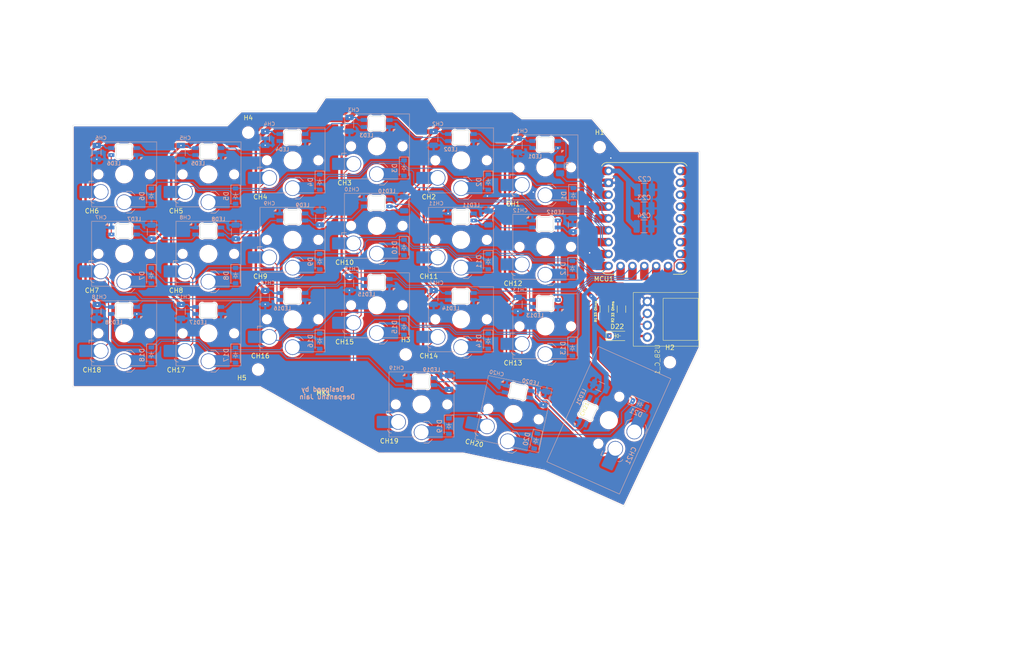
<source format=kicad_pcb>
(kicad_pcb (version 20241229) (generator "pcbnew") (generator_version "9.0")
  (layers (0 "F.Cu" signal) (2 "B.Cu" signal) (13 "F.Paste" user) (15 "B.Paste" user) (5 "F.SilkS" user "F.Silkscreen") (7 "B.SilkS" user "B.Silkscreen") (1 "F.Mask" user) (3 "B.Mask" user) (25 "Edge.Cuts" user))
  (net 0 "")
  (net 1 "GND")
  (net 2 "5V")
  (net 3 "Col0")
  (net 4 "Net-(D1-A)")
  (net 5 "Col1")
  (net 6 "Net-(D2-A)")
  (net 7 "Net-(D3-A)")
  (net 8 "Col2")
  (net 9 "Net-(D4-A)")
  (net 10 "Col3")
  (net 11 "Net-(D5-A)")
  (net 12 "Col4")
  (net 13 "Net-(D6-A)")
  (net 14 "Col5")
  (net 15 "Net-(D7-A)")
  (net 16 "Net-(D8-A)")
  (net 17 "Net-(D9-A)")
  (net 18 "Net-(D10-A)")
  (net 19 "Net-(D11-A)")
  (net 20 "Net-(D12-A)")
  (net 21 "Net-(D13-A)")
  (net 22 "Net-(D14-A)")
  (net 23 "Net-(D15-A)")
  (net 24 "Net-(D16-A)")
  (net 25 "Net-(D17-A)")
  (net 26 "Net-(D18-A)")
  (net 27 "Net-(D19-A)")
  (net 28 "Net-(D20-A)")
  (net 29 "Net-(D21-A)")
  (net 30 "Row0")
  (net 31 "Row1")
  (net 32 "Row2")
  (net 33 "Row3")
  (net 34 "LED_IN")
  (net 35 "Net-(LED1-DOUT)")
  (net 36 "Net-(LED2-DOUT)")
  (net 37 "Net-(LED3-DOUT)")
  (net 38 "Net-(LED4-DOUT)")
  (net 39 "Net-(LED5-DOUT)")
  (net 40 "Net-(LED6-DOUT)")
  (net 41 "Net-(LED7-DOUT)")
  (net 42 "Net-(LED8-DOUT)")
  (net 43 "Net-(LED10-DIN)")
  (net 44 "Net-(LED10-DOUT)")
  (net 45 "Net-(LED11-DOUT)")
  (net 46 "Net-(LED12-DOUT)")
  (net 47 "Net-(LED13-DOUT)")
  (net 48 "Net-(LED14-DOUT)")
  (net 49 "Net-(LED15-DOUT)")
  (net 50 "Net-(LED16-DOUT)")
  (net 51 "Net-(LED17-DOUT)")
  (net 52 "Net-(LED18-DOUT)")
  (net 53 "Net-(LED19-DOUT)")
  (net 54 "Net-(LED20-DOUT)")
  (net 55 "LED_OUT")
  (net 56 "TRRS_TX")
  (net 57 "Net-(USB_C_1-D+)")
  (net 58 "TRRS_RX")
  (net 59 "Net-(USB_C_1-D-)")
  (net 68 "Net-(LED1-DIN)")
  (net 69 "Net-(D22-A)")
  (footprint "MountingHole:MountingHole_2.2mm_M2" (layer "F.Cu") (at 128.00119 47.985)
    (property "Reference" "H1")
    (property "Value" "MountingHole")
  )
  (footprint "Resistor_SMD:R_1206_3216Metric_Pad1.30x1.75mm_HandSolder" (layer "F.Cu") (at 132.66119 82.635 -90)
    (property "Reference" "R2")
    (property "Value" "33 Ohms")
  )
  (footprint "PCM_marbastlib-xp-promicroish:RP2040-Matrix_ACH" (layer "F.Cu") (at 137.54119 63.232501)
    (property "Reference" "MCU1")
    (property "Value" "RP2040-Matrix")
  )
  (footprint "MountingHole:MountingHole_2.2mm_M2" (layer "F.Cu") (at 143.01119 94)
    (property "Reference" "H2")
    (property "Value" "MountingHole")
  )
  (footprint "MountingHole:MountingHole_2.2mm_M2" (layer "F.Cu") (at 52.90119 44.865)
    (property "Reference" "H4")
    (property "Value" "MountingHole")
  )
  (footprint "Diode_SMD:D_SOD-123" (layer "F.Cu") (at 131.74119 88.355)
    (property "Reference" "D22")
    (property "Value" "B5819W")
  )
  (footprint "ucb_c_breakout:usb_c" (layer "F.Cu") (at 142.19119 84.815 90)
    (property "Reference" "USB_C_1" (hide yes))
    (property "Value" "USB_C" (hide yes))
  )
  (footprint "MountingHole:MountingHole_2.2mm_M2" (layer "F.Cu") (at 86.55119 92.325)
    (property "Reference" "H3")
    (property "Value" "MountingHole")
  )
  (footprint "MountingHole:MountingHole_2.2mm_M2" (layer "F.Cu") (at 55.00119 95.555)
    (property "Reference" "H5")
    (property "Value" "MountingHole")
  )
  (footprint "Resistor_SMD:R_1206_3216Metric_Pad1.30x1.75mm_HandSolder" (layer "F.Cu") (at 128.99119 82.585 -90)
    (property "Reference" "R1")
    (property "Value" "33 Ohms")
  )
  (footprint "Capacitor_SMD:C_1206_3216Metric" (layer "B.Cu") (at 56.52119 46.115 -90)
    (property "Reference" "C4" (hide yes))
    (property "Value" "0.1µF")
  )
  (footprint "Diode_SMD:D_SOD-123" (layer "B.Cu") (at 104.18119 89.465 -90)
    (property "Reference" "D14")
    (property "Value" "1N4148W")
  )
  (footprint "Diode_SMD:D_SOD-123" (layer "B.Cu") (at 122.37119 58.365 -90)
    (property "Reference" "D1")
    (property "Value" "1N4148W")
  )
  (footprint "PCM_marbastlib-choc:SW_choc_v1_HS_CPG135001S30_1u" (layer "B.Cu") (at 80.38119 47.815 180)
    (property "Reference" "CH3")
    (property "Value" "choc_v1_SW_HS")
  )
  (footprint "Diode_SMD:D_SOD-123" (layer "B.Cu") (at 136.585428 102.943382 -24)
    (property "Reference" "D21")
    (property "Value" "1N4148W")
  )
  (footprint "Diode_SMD:D_SOD-123" (layer "B.Cu") (at 50.18119 92.465 -90)
    (property "Reference" "D17")
    (property "Value" "1N4148W")
  )
  (footprint "Capacitor_SMD:C_1206_3216Metric" (layer "B.Cu") (at 110.52119 81.615 -90)
    (property "Reference" "C13" (hide yes))
    (property "Value" "0.1µF")
  )
  (footprint "Capacitor_SMD:C_1206_3216Metric" (layer "B.Cu") (at 20.52119 49.115 -90)
    (property "Reference" "C6" (hide yes))
    (property "Value" "0.1µF")
  )
  (footprint "Capacitor_SMD:C_1206_3216Metric" (layer "B.Cu") (at 104.23119 63.125 -90)
    (property "Reference" "C11" (hide yes))
    (property "Value" "0.1µF")
  )
  (footprint "Diode_SMD:D_SOD-123" (layer "B.Cu") (at 32.18119 58.465 -90)
    (property "Reference" "D6")
    (property "Value" "1N4148W")
  )
  (footprint "PCM_marbastlib-choc:SW_choc_v1_HS_CPG135001S30_1u" (layer "B.Cu") (at 62.38119 50.815 180)
    (property "Reference" "CH4")
    (property "Value" "choc_v1_SW_HS")
  )
  (footprint "PCM_marbastlib-choc:SW_choc_v1_HS_CPG135001S30_1u" (layer "B.Cu") (at 116.38119 52.315 180)
    (property "Reference" "CH1")
    (property "Value" "choc_v1_SW_HS")
  )
  (footprint "Capacitor_SMD:C_1206_3216Metric" (layer "B.Cu") (at 38.52119 83.115 -90)
    (property "Reference" "C17" (hide yes))
    (property "Value" "0.1µF")
  )
  (footprint "Capacitor_SMD:C_1206_3216Metric" (layer "B.Cu") (at 110.52119 47.615 -90)
    (property "Reference" "C1" (hide yes))
    (property "Value" "0.1µF")
  )
  (footprint "Diode_SMD:D_SOD-123" (layer "B.Cu") (at 50.18119 58.465 -90)
    (property "Reference" "D5")
    (property "Value" "1N4148W")
  )
  (footprint "PCM_marbastlib-choc:SW_choc_v1_HS_CPG135001S30_1u" (layer "B.Cu") (at 109.587856 105.069972 168)
    (property "Reference" "CH20")
    (property "Value" "choc_v1_SW_HS")
  )
  (footprint "PCM_marbastlib-various:LED_6028R" (layer "B.Cu") (at 116.34619 64.425)
    (property "Reference" "LED12")
    (property "Value" "SK6812MINI-E")
    (fp_line (start -1.699999 0.702843) (end -1.699999 -0.702841) (stroke (width 0.1)) (layer "Edge.Cuts"))
    (fp_line (start -0.794452 -1.499999) (end 0.794452 -1.499999) (stroke (width 0.1)) (layer "Edge.Cuts"))
    (fp_line (start 0.794452 1.5) (end -0.794453 1.5) (stroke (width 0.1)) (layer "Edge.Cuts"))
    (fp_line (start 1.699999 -0.702841) (end 1.699999 0.702843) (stroke (width 0.1)) (layer "Edge.Cuts"))
    (fp_arc (start -1.749484 -0.919719) (mid -1.712527 -0.814067) (end -1.699999 -0.702841) (stroke (width 0.1)) (layer "Edge.Cuts"))
    (fp_arc (start -1.749484 -0.919718) (mid -1.638072 -1.504034) (end -1.046711 -1.568298) (stroke (width 0.1)) (layer "Edge.Cuts"))
    (fp_arc (start -1.699999 0.702844) (mid -1.712527 0.814069) (end -1.749484 0.919721) (stroke (width 0.1)) (layer "Edge.Cuts"))
    (fp_arc (start -1.046711 1.568299) (mid -1.638071 1.504036) (end -1.749484 0.919721) (stroke (width 0.1)) (layer "Edge.Cuts"))
    (fp_arc (start -1.046711 1.568299) (mid -0.925123 1.517377) (end -0.794453 1.5) (stroke (width 0.1)) (layer "Edge.Cuts"))
    (fp_arc (start -0.794452 -1.499999) (mid -0.925123 -1.517376) (end -1.046711 -1.568298) (stroke (width 0.1)) (layer "Edge.Cuts"))
    (fp_arc (start 0.794453 1.500001) (mid 0.925123 1.517378) (end 1.046711 1.5683) (stroke (width 0.1)) (layer "Edge.Cuts"))
    (fp_arc (start 1.04671 -1.568298) (mid 0.925122 -1.517376) (end 0.794452 -1.499999) (stroke (width 0.1)) (layer "Edge.Cuts"))
    (fp_arc (start 1.046711 -1.568296) (mid 1.63807 -1.504033) (end 1.749484 -0.919719) (stroke (width 0.1)) (layer "Edge.Cuts"))
    (fp_arc (start 1.699999 -0.702842) (mid 1.712536 -0.814064) (end 1.749484 -0.919719) (stroke (width 0.1)) (layer "Edge.Cuts"))
    (fp_arc (start 1.749484 0.919721) (mid 1.638072 1.504036) (end 1.046711 1.5683) (stroke (width 0.1)) (layer "Edge.Cuts"))
    (fp_arc (start 1.749484 0.919721) (mid 1.712526 0.814069) (end 1.699999 0.702843) (stroke (width 0.1)) (layer "Edge.Cuts"))
  )
  (footprint "PCM_marbastlib-choc:SW_choc_v1_HS_CPG135001S30_1u" (layer "B.Cu") (at 26.38119 53.815 180)
    (property "Reference" "CH6")
    (property "Value" "choc_v1_SW_HS")
  )
  (footprint "PCM_marbastlib-various:LED_6028R" (layer "B.Cu") (at 26.34619 48.925 180)
    (property "Reference" "LED6")
    (property "Value" "SK6812MINI-E")
    (fp_line (start 1.699999 -0.702841) (end 1.699999 0.702843) (stroke (width 0.1)) (layer "Edge.Cuts"))
    (fp_line (start 0.794452 1.5) (end -0.794453 1.5) (stroke (width 0.1)) (layer "Edge.Cuts"))
    (fp_line (start -0.794452 -1.499999) (end 0.794452 -1.499999) (stroke (width 0.1)) (layer "Edge.Cuts"))
    (fp_line (start -1.699999 0.702843) (end -1.699999 -0.702841) (stroke (width 0.1)) (layer "Edge.Cuts"))
    (fp_arc (start 1.749484 0.919721) (mid 1.712526 0.814069) (end 1.699999 0.702843) (stroke (width 0.1)) (layer "Edge.Cuts"))
    (fp_arc (start 1.749484 0.919721) (mid 1.638072 1.504036) (end 1.046711 1.5683) (stroke (width 0.1)) (layer "Edge.Cuts"))
    (fp_arc (start 1.699999 -0.702842) (mid 1.712536 -0.814064) (end 1.749484 -0.919719) (stroke (width 0.1)) (layer "Edge.Cuts"))
    (fp_arc (start 1.046711 -1.568296) (mid 1.63807 -1.504033) (end 1.749484 -0.919719) (stroke (width 0.1)) (layer "Edge.Cuts"))
    (fp_arc (start 1.04671 -1.568298) (mid 0.925122 -1.517376) (end 0.794452 -1.499999) (stroke (width 0.1)) (layer "Edge.Cuts"))
    (fp_arc (start 0.794453 1.500001) (mid 0.925123 1.517378) (end 1.046711 1.5683) (stroke (width 0.1)) (layer "Edge.Cuts"))
    (fp_arc (start -0.794452 -1.499999) (mid -0.925123 -1.517376) (end -1.046711 -1.568298) (stroke (width 0.1)) (layer "Edge.Cuts"))
    (fp_arc (start -1.046711 1.568299) (mid -0.925123 1.517377) (end -0.794453 1.5) (stroke (width 0.1)) (layer "Edge.Cuts"))
    (fp_arc (start -1.046711 1.568299) (mid -1.638071 1.504036) (end -1.749484 0.919721) (stroke (width 0.1)) (layer "Edge.Cuts"))
    (fp_arc (start -1.699999 0.702844) (mid -1.712527 0.814069) (end -1.749484 0.919721) (stroke (width 0.1)) (layer "Edge.Cuts"))
    (fp_arc (start -1.749484 -0.919718) (mid -1.638072 -1.504034) (end -1.046711 -1.568298) (stroke (width 0.1)) (layer "Edge.Cuts"))
    (fp_arc (start -1.749484 -0.919719) (mid -1.712527 -0.814067) (end -1.699999 -0.702841) (stroke (width 0.1)) (layer "Edge.Cuts"))
  )
  (footprint "Diode_SMD:D_SOD-123" (layer "B.Cu") (at 32.18119 92.465 -90)
    (property "Reference" "D18")
    (property "Value" "1N4148W")
  )
  (footprint "PCM_marbastlib-various:LED_6028R" (layer "B.Cu") (at 110.57031 100.279555 -12)
    (property "Reference" "LED20")
    (property "Value" "SK6812MINI-E")
    (fp_line (start -1.699999 0.702843) (end -1.699999 -0.702841) (stroke (width 0.1)) (layer "Edge.Cuts"))
    (fp_line (start -0.794452 -1.499999) (end 0.794452 -1.499999) (stroke (width 0.1)) (layer "Edge.Cuts"))
    (fp_line (start 0.794452 1.5) (end -0.794453 1.5) (stroke (width 0.1)) (layer "Edge.Cuts"))
    (fp_line (start 1.699999 -0.702841) (end 1.699999 0.702843) (stroke (width 0.1)) (layer "Edge.Cuts"))
    (fp_arc (start -1.699998 0.702844) (mid -1.712526 0.81407) (end -1.749484 0.919721) (stroke (width 0.1)) (layer "Edge.Cuts"))
    (fp_arc (start -1.749484 -0.919719) (mid -1.712527 -0.814067) (end -1.699999 -0.702841) (stroke (width 0.1)) (layer "Edge.Cuts"))
    (fp_arc (start -1.749484 -0.919718) (mid -1.638072 -1.504034) (end -1.046711 -1.568298) (stroke (width 0.1)) (layer "Edge.Cuts"))
    (fp_arc (start -1.046713 1.568299) (mid -1.638071 1.504036) (end -1.749484 0.919721) (stroke (width 0.1)) (layer "Edge.Cuts"))
    (fp_arc (start -1.046713 1.568299) (mid -0.925124 1.517376) (end -0.794453 1.5) (stroke (width 0.1)) (layer "Edge.Cuts"))
    (fp_arc (start -0.794452 -1.499999) (mid -0.925122 -1.517376) (end -1.046711 -1.568298) (stroke (width 0.1)) (layer "Edge.Cuts"))
    (fp_arc (start 0.794453 1.499999) (mid 0.925124 1.517377) (end 1.046711 1.5683) (stroke (width 0.1)) (layer "Edge.Cuts"))
    (fp_arc (start 1.04671 -1.568298) (mid 0.925122 -1.517377) (end 0.794452 -1.499999) (stroke (width 0.1)) (layer "Edge.Cuts"))
    (fp_arc (start 1.046711 -1.568296) (mid 1.63807 -1.504033) (end 1.749484 -0.919719) (stroke (width 0.1)) (layer "Edge.Cuts"))
    (fp_arc (start 1.749484 0.919721) (mid 1.638072 1.504038) (end 1.046711 1.5683) (stroke (width 0.1)) (layer "Edge.Cuts"))
    (fp_arc (start 1.749484 0.919721) (mid 1.712526 0.814069) (end 1.699999 0.702843) (stroke (width 0.1)) (layer "Edge.Cuts"))
    (fp_arc (start 1.699999 -0.702842) (mid 1.712536 -0.814065) (end 1.749484 -0.919719) (stroke (width 0.1)) (layer "Edge.Cuts"))
  )
  (footprint "Diode_SMD:D_SOD-123" (layer "B.Cu") (at 68.18119 89.465 -90)
    (property "Reference" "D16")
    (property "Value" "1N4148W")
  )
  (footprint "Diode_SMD:D_SOD-123" (layer "B.Cu") (at 86.18119 52.465 -90)
    (property "Reference" "D3")
    (property "Value" "1N4148W")
  )
  (footprint "Capacitor_SMD:C_1206_3216Metric" (layer "B.Cu") (at 86.23119 60.125 -90)
    (property "Reference" "C10" (hide yes))
    (property "Value" "0.1µF")
  )
  (footprint "Diode_SMD:D_SOD-123" (layer "B.Cu") (at 86.18119 69.465 -90)
    (property "Reference" "D10")
    (property "Value" "1N4148W")
  )
  (footprint "PCM_marbastlib-choc:SW_choc_v1_HS_CPG135001S30_1u" (layer "B.Cu") (at 44.38119 87.815 180)
    (property "Reference" "CH17")
    (property "Value" "choc_v1_SW_HS")
  )
  (footprint "PCM_marbastlib-choc:SW_choc_v1_HS_CPG135001S30_1u" (layer "B.Cu") (at 98.38119 50.815 180)
    (property "Reference" "CH2")
    (property "Value" "choc_v1_SW_HS")
  )
  (footprint "PCM_marbastlib-various:LED_6028R" (layer "B.Cu") (at 44.34619 48.925 180)
    (property "Reference" "LED5")
    (property "Value" "SK6812MINI-E")
    (fp_line (start 1.699999 -0.702841) (end 1.699999 0.702843) (stroke (width 0.1)) (layer "Edge.Cuts"))
    (fp_line (start 0.794452 1.5) (end -0.794453 1.5) (stroke (width 0.1)) (layer "Edge.Cuts"))
    (fp_line (start -0.794452 -1.499999) (end 0.794452 -1.499999) (stroke (width 0.1)) (layer "Edge.Cuts"))
    (fp_line (start -1.699999 0.702843) (end -1.699999 -0.702841) (stroke (width 0.1)) (layer "Edge.Cuts"))
    (fp_arc (start 1.749484 0.919721) (mid 1.712526 0.814069) (end 1.699999 0.702843) (stroke (width 0.1)) (layer "Edge.Cuts"))
    (fp_arc (start 1.749484 0.919721) (mid 1.638072 1.504036) (end 1.046711 1.5683) (stroke (width 0.1)) (layer "Edge.Cuts"))
    (fp_arc (start 1.699999 -0.702842) (mid 1.712536 -0.814064) (end 1.749484 -0.919719) (stroke (width 0.1)) (layer "Edge.Cuts"))
    (fp_arc (start 1.046711 -1.568296) (mid 1.63807 -1.504033) (end 1.749484 -0.919719) (stroke (width 0.1)) (layer "Edge.Cuts"))
    (fp_arc (start 1.04671 -1.568298) (mid 0.925122 -1.517376) (end 0.794452 -1.499999) (stroke (width 0.1)) (layer "Edge.Cuts"))
    (fp_arc (start 0.794453 1.500001) (mid 0.925123 1.517378) (end 1.046711 1.5683) (stroke (width 0.1)) (layer "Edge.Cuts"))
    (fp_arc (start -0.794452 -1.499999) (mid -0.925123 -1.517376) (end -1.046711 -1.568298) (stroke (width 0.1)) (layer "Edge.Cuts"))
    (fp_arc (start -1.046711 1.568299) (mid -0.925123 1.517377) (end -0.794453 1.5) (stroke (width 0.1)) (layer "Edge.Cuts"))
    (fp_arc (start -1.046711 1.568299) (mid -1.638071 1.504036) (end -1.749484 0.919721) (stroke (width 0.1)) (layer "Edge.Cuts"))
    (fp_arc (start -1.699999 0.702844) (mid -1.712527 0.814069) (end -1.749484 0.919721) (stroke (width 0.1)) (layer "Edge.Cuts"))
    (fp_arc (start -1.749484 -0.919718) (mid -1.638072 -1.504034) (end -1.046711 -1.568298) (stroke (width 0.1)) (layer "Edge.Cuts"))
    (fp_arc (start -1.749484 -0.919719) (mid -1.712527 -0.814067) (end -1.699999 -0.702841) (stroke (width 0.1)) (layer "Edge.Cuts"))
  )
  (footprint "Capacitor_SMD:C_1206_3216Metric" (layer "B.Cu") (at 74.52119 77.115 -90)
    (property "Reference" "C15" (hide yes))
    (property "Value" "0.1µF")
  )
  (footprint "Diode_SMD:D_SOD-123" (layer "B.Cu") (at 68.18119 72.465 -90)
    (property "Reference" "D9")
    (property "Value" "1N4148W")
  )
  (footprint "Capacitor_SMD:C_1206_3216Metric" (layer "B.Cu") (at 116.26119 101.695 -102)
    (property "Reference" "C20" (hide yes))
    (property "Value" "0.1µF")
  )
  (footprint "Capacitor_SMD:C_1206_3216Metric" (layer "B.Cu") (at 50.22119 66.115 -90)
    (property "Reference" "C8" (hide yes))
    (property "Value" "0.1µF")
  )
  (footprint "PCM_marbastlib-various:LED_6028R" (layer "B.Cu") (at 116.34619 81.425 180)
    (property "Reference" "LED13")
    (property "Value" "SK6812MINI-E")
    (fp_line (start 1.699999 -0.702841) (end 1.699999 0.702843) (stroke (width 0.1)) (layer "Edge.Cuts"))
    (fp_line (start 0.794452 1.5) (end -0.794453 1.5) (stroke (width 0.1)) (layer "Edge.Cuts"))
    (fp_line (start -0.794452 -1.499999) (end 0.794452 -1.499999) (stroke (width 0.1)) (layer "Edge.Cuts"))
    (fp_line (start -1.699999 0.702843) (end -1.699999 -0.702841) (stroke (width 0.1)) (layer "Edge.Cuts"))
    (fp_arc (start 1.749484 0.919721) (mid 1.712526 0.814069) (end 1.699999 0.702843) (stroke (width 0.1)) (layer "Edge.Cuts"))
    (fp_arc (start 1.749484 0.919721) (mid 1.638072 1.504036) (end 1.046711 1.5683) (stroke (width 0.1)) (layer "Edge.Cuts"))
    (fp_arc (start 1.699999 -0.702842) (mid 1.712536 -0.814064) (end 1.749484 -0.919719) (stroke (width 0.1)) (layer "Edge.Cuts"))
    (fp_arc (start 1.046711 -1.568296) (mid 1.63807 -1.504033) (end 1.749484 -0.919719) (stroke (width 0.1)) (layer "Edge.Cuts"))
    (fp_arc (start 1.04671 -1.568298) (mid 0.925122 -1.517376) (end 0.794452 -1.499999) (stroke (width 0.1)) (layer "Edge.Cuts"))
    (fp_arc (start 0.794453 1.500001) (mid 0.925123 1.517378) (end 1.046711 1.5683) (stroke (width 0.1)) (layer "Edge.Cuts"))
    (fp_arc (start -0.794452 -1.499999) (mid -0.925123 -1.517376) (end -1.046711 -1.568298) (stroke (width 0.1)) (layer "Edge.Cuts"))
    (fp_arc (start -1.046711 1.568299) (mid -0.925123 1.517377) (end -0.794453 1.5) (stroke (width 0.1)) (layer "Edge.Cuts"))
    (fp_arc (start -1.046711 1.568299) (mid -1.638071 1.504036) (end -1.749484 0.919721) (stroke (width 0.1)) (layer "Edge.Cuts"))
    (fp_arc (start -1.699999 0.702844) (mid -1.712527 0.814069) (end -1.749484 0.919721) (stroke (width 0.1)) (layer "Edge.Cuts"))
    (fp_arc (start -1.749484 -0.919718) (mid -1.638072 -1.504034) (end -1.046711 -1.568298) (stroke (width 0.1)) (layer "Edge.Cuts"))
    (fp_arc (start -1.749484 -0.919719) (mid -1.712527 -0.814067) (end -1.699999 -0.702841) (stroke (width 0.1)) (layer "Edge.Cuts"))
  )
  (footprint "Capacitor_SMD:C_1210_3225Metric_Pad1.33x2.70mm_HandSolder" (layer "B.Cu") (at 137.48119 64.925 180)
    (property "Reference" "C24")
    (property "Value" "100uF")
  )
  (footprint "Capacitor_SMD:C_1210_3225Metric_Pad1.33x2.70mm_HandSolder" (layer "B.Cu") (at 137.51119 61.085 180)
    (property "Reference" "C23")
    (property "Value" "100uF")
  )
  (footprint "Diode_SMD:D_SOD-123" (layer "B.Cu") (at 68.18119 55.465 -90)
    (property "Reference" "D4")
    (property "Value" "1N4148W")
  )
  (footprint "PCM_marbastlib-choc:SW_choc_v1_HS_CPG135001S30_1u" (layer "B.Cu") (at 98.38119 84.815 180)
    (property "Reference" "CH14")
    (property "Value" "choc_v1_SW_HS")
  )
  (footprint "Capacitor_SMD:C_1206_3216Metric" (layer "B.Cu") (at 38.52119 49.115 -90)
    (property "Reference" "C5" (hide yes))
    (property "Value" "0.1µF")
  )
  (footprint "PCM_marbastlib-choc:SW_choc_v1_HS_CPG135001S30_1u" (layer "B.Cu") (at 116.38119 69.315 180)
    (property "Reference" "CH12")
    (property "Value" "choc_v1_SW_HS")
  )
  (footprint "PCM_marbastlib-various:LED_6028R" (layer "B.Cu") (at 98.34619 45.925 180)
    (property "Reference" "LED2")
    (property "Value" "SK6812MINI-E")
    (fp_line (start 1.699999 -0.702841) (end 1.699999 0.702843) (stroke (width 0.1)) (layer "Edge.Cuts"))
    (fp_line (start 0.794452 1.5) (end -0.794453 1.5) (stroke (width 0.1)) (layer "Edge.Cuts"))
    (fp_line (start -0.794452 -1.499999) (end 0.794452 -1.499999) (stroke (width 0.1)) (layer "Edge.Cuts"))
    (fp_line (start -1.699999 0.702843) (end -1.699999 -0.702841) (stroke (width 0.1)) (layer "Edge.Cuts"))
    (fp_arc (start 1.749484 0.919721) (mid 1.712526 0.814069) (end 1.699999 0.702843) (stroke (width 0.1)) (layer "Edge.Cuts"))
    (fp_arc (start 1.749484 0.919721) (mid 1.638072 1.504036) (end 1.046711 1.5683) (stroke (width 0.1)) (layer "Edge.Cuts"))
    (fp_arc (start 1.699999 -0.702842) (mid 1.712536 -0.814064) (end 1.749484 -0.919719) (stroke (width 0.1)) (layer "Edge.Cuts"))
    (fp_arc (start 1.046711 -1.568296) (mid 1.63807 -1.504033) (end 1.749484 -0.919719) (stroke (width 0.1)) (layer "Edge.Cuts"))
    (fp_arc (start 1.04671 -1.568298) (mid 0.925122 -1.517376) (end 0.794452 -1.499999) (stroke (width 0.1)) (layer "Edge.Cuts"))
    (fp_arc (start 0.794453 1.500001) (mid 0.925123 1.517378) (end 1.046711 1.5683) (stroke (width 0.1)) (layer "Edge.Cuts"))
    (fp_arc (start -0.794452 -1.499999) (mid -0.925123 -1.517376) (end -1.046711 -1.568298) (stroke (width 0.1)) (layer "Edge.Cuts"))
    (fp_arc (start -1.046711 1.568299) (mid -0.925123 1.517377) (end -0.794453 1.5) (stroke (width 0.1)) (layer "Edge.Cuts"))
    (fp_arc (start -1.046711 1.568299) (mid -1.638071 1.504036) (end -1.749484 0.919721) (stroke (width 0.1)) (layer "Edge.Cuts"))
    (fp_arc (start -1.699999 0.702844) (mid -1.712527 0.814069) (end -1.749484 0.919721) (stroke (width 0.1)) (layer "Edge.Cuts"))
    (fp_arc (start -1.749484 -0.919718) (mid -1.638072 -1.504034) (end -1.046711 -1.568298) (stroke (width 0.1)) (layer "Edge.Cuts"))
    (fp_arc (start -1.749484 -0.919719) (mid -1.712527 -0.814067) (end -1.699999 -0.702841) (stroke (width 0.1)) (layer "Edge.Cuts"))
  )
  (footprint "Diode_SMD:D_SOD-123" (layer "B.Cu") (at 122.18119 73.965 -90)
    (property "Reference" "D12")
    (property "Value" "1N4148W")
  )
  (footprint "PCM_marbastlib-various:LED_6028R" (layer "B.Cu") (at 98.34619 79.925 180)
    (property "Reference" "LED14")
    (property "Value" "SK6812MINI-E")
    (fp_line (start 1.699999 -0.702841) (end 1.699999 0.702843) (stroke (width 0.1)) (layer "Edge.Cuts"))
    (fp_line (start 0.794452 1.5) (end -0.794453 1.5) (stroke (width 0.1)) (layer "Edge.Cuts"))
    (fp_line (start -0.794452 -1.499999) (end 0.794452 -1.499999) (stroke (width 0.1)) (layer "Edge.Cuts"))
    (fp_line (start -1.699999 0.702843) (end -1.699999 -0.702841) (stroke (width 0.1)) (layer "Edge.Cuts"))
    (fp_arc (start 1.749484 0.919721) (mid 1.712526 0.814069) (end 1.699999 0.702843) (stroke (width 0.1)) (layer "Edge.Cuts"))
    (fp_arc (start 1.749484 0.919721) (mid 1.638072 1.504036) (end 1.046711 1.5683) (stroke (width 0.1)) (layer "Edge.Cuts"))
    (fp_arc (start 1.699999 -0.702842) (mid 1.712536 -0.814064) (end 1.749484 -0.919719) (stroke (width 0.1)) (layer "Edge.Cuts"))
    (fp_arc (start 1.046711 -1.568296) (mid 1.63807 -1.504033) (end 1.749484 -0.919719) (stroke (width 0.1)) (layer "Edge.Cuts"))
    (fp_arc (start 1.04671 -1.568298) (mid 0.925122 -1.517376) (end 0.794452 -1.499999) (stroke (width 0.1)) (layer "Edge.Cuts"))
    (fp_arc (start 0.794453 1.500001) (mid 0.925123 1.517378) (end 1.046711 1.5683) (stroke (width 0.1)) (layer "Edge.Cuts"))
    (fp_arc (start -0.794452 -1.499999) (mid -0.925123 -1.517376) (end -1.046711 -1.568298) (stroke (width 0.1)) (layer "Edge.Cuts"))
    (fp_arc (start -1.046711 1.568299) (mid -0.925123 1.517377) (end -0.794453 1.5) (stroke (width 0.1)) (layer "Edge.Cuts"))
    (fp_arc (start -1.046711 1.568299) (mid -1.638071 1.504036) (end -1.749484 0.919721) (stroke (width 0.1)) (layer "Edge.Cuts"))
    (fp_arc (start -1.699999 0.702844) (mid -1.712527 0.814069) (end -1.749484 0.919721) (stroke (width 0.1)) (layer "Edge.Cuts"))
    (fp_arc (start -1.749484 -0.919718) (mid -1.638072 -1.504034) (end -1.046711 -1.568298) (stroke (width 0.1)) (layer "Edge.Cuts"))
    (fp_arc (start -1.749484 -0.919719) (mid -1.712527 -0.814067) (end -1.699999 -0.702841) (stroke (width 0.1)) (layer "Edge.Cuts"))
  )
  (footprint "PCM_marbastlib-choc:SW_choc_v1_HS_CPG135001S30_1u" (layer "B.Cu") (at 26.38119 87.815 180)
    (property "Reference" "CH18")
    (property "Value" "choc_v1_SW_HS")
  )
  (footprint "PCM_marbastlib-choc:SW_choc_v1_HS_CPG135001S30_1u" (layer "B.Cu") (at 80.38119 64.815 180)
    (property "Reference" "CH10")
    (property "Value" "choc_v1_SW_HS")
  )
  (footprint "Resistor_SMD:R_1206_3216Metric_Pad1.30x1.75mm_HandSolder" (layer "B.Cu") (at 119.53119 52.015 90)
    (property "Reference" "R3")
    (property "Value" "47R")
  )
  (footprint "Diode_SMD:D_SOD-123" (layer "B.Cu") (at 104.18119 55.465 -90)
    (property "Reference" "D2")
    (property "Value" "1N4148W")
  )
  (footprint "PCM_marbastlib-various:LED_6028R" (layer "B.Cu") (at 80.34619 76.925 180)
    (property "Reference" "LED15")
    (property "Value" "SK6812MINI-E")
    (fp_line (start 1.699999 -0.702841) (end 1.699999 0.702843) (stroke (width 0.1)) (layer "Edge.Cuts"))
    (fp_line (start 0.794452 1.5) (end -0.794453 1.5) (stroke (width 0.1)) (layer "Edge.Cuts"))
    (fp_line (start -0.794452 -1.499999) (end 0.794452 -1.499999) (stroke (width 0.1)) (layer "Edge.Cuts"))
    (fp_line (start -1.699999 0.702843) (end -1.699999 -0.702841) (stroke (width 0.1)) (layer "Edge.Cuts"))
    (fp_arc (start 1.749484 0.919721) (mid 1.712526 0.814069) (end 1.699999 0.702843) (stroke (width 0.1)) (layer "Edge.Cuts"))
    (fp_arc (start 1.749484 0.919721) (mid 1.638072 1.504036) (end 1.046711 1.5683) (stroke (width 0.1)) (layer "Edge.Cuts"))
    (fp_arc (start 1.699999 -0.702842) (mid 1.712536 -0.814064) (end 1.749484 -0.919719) (stroke (width 0.1)) (layer "Edge.Cuts"))
    (fp_arc (start 1.046711 -1.568296) (mid 1.63807 -1.504033) (end 1.749484 -0.919719) (stroke (width 0.1)) (layer "Edge.Cuts"))
    (fp_arc (start 1.04671 -1.568298) (mid 0.925122 -1.517376) (end 0.794452 -1.499999) (stroke (width 0.1)) (layer "Edge.Cuts"))
    (fp_arc (start 0.794453 1.500001) (mid 0.925123 1.517378) (end 1.046711 1.5683) (stroke (width 0.1)) (layer "Edge.Cuts"))
    (fp_arc (start -0.794452 -1.499999) (mid -0.925123 -1.517376) (end -1.046711 -1.568298) (stroke (width 0.1)) (layer "Edge.Cuts"))
    (fp_arc (start -1.046711 1.568299) (mid -0.925123 1.517377) (end -0.794453 1.5) (stroke (width 0.1)) (layer "Edge.Cuts"))
    (fp_arc (start -1.046711 1.568299) (mid -1.638071 1.504036) (end -1.749484 0.919721) (stroke (width 0.1)) (layer "Edge.Cuts"))
    (fp_arc (start -1.699999 0.702844) (mid -1.712527 0.814069) (end -1.749484 0.919721) (stroke (width 0.1)) (layer "Edge.Cuts"))
    (fp_arc (start -1.749484 -0.919718) (mid -1.638072 -1.504034) (end -1.046711 -1.568298) (stroke (width 0.1)) (layer "Edge.Cuts"))
    (fp_arc (start -1.749484 -0.919719) (mid -1.712527 -0.814067) (end -1.699999 -0.702841) (stroke (width 0.1)) (layer "Edge.Cuts"))
  )
  (footprint "Diode_SMD:D_SOD-123" (layer "B.Cu") (at 86.18119 86.465 -90)
    (property "Reference" "D15")
    (property "Value" "1N4148W")
  )
  (footprint "PCM_marbastlib-various:LED_6028R" (layer "B.Cu") (at 62.34619 62.925)
    (property "Reference" "LED9")
    (property "Value" "SK6812MINI-E")
    (fp_line (start -1.699999 0.702843) (end -1.699999 -0.702841) (stroke (width 0.1)) (layer "Edge.Cuts"))
    (fp_line (start -0.794452 -1.499999) (end 0.794452 -1.499999) (stroke (width 0.1)) (layer "Edge.Cuts"))
    (fp_line (start 0.794452 1.5) (end -0.794453 1.5) (stroke (width 0.1)) (layer "Edge.Cuts"))
    (fp_line (start 1.699999 -0.702841) (end 1.699999 0.702843) (stroke (width 0.1)) (layer "Edge.Cuts"))
    (fp_arc (start -1.749484 -0.919719) (mid -1.712527 -0.814067) (end -1.699999 -0.702841) (stroke (width 0.1)) (layer "Edge.Cuts"))
    (fp_arc (start -1.749484 -0.919718) (mid -1.638072 -1.504034) (end -1.046711 -1.568298) (stroke (width 0.1)) (layer "Edge.Cuts"))
    (fp_arc (start -1.699999 0.702844) (mid -1.712527 0.814069) (end -1.749484 0.919721) (stroke (width 0.1)) (layer "Edge.Cuts"))
    (fp_arc (start -1.046711 1.568299) (mid -1.638071 1.504036) (end -1.749484 0.919721) (stroke (width 0.1)) (layer "Edge.Cuts"))
    (fp_arc (start -1.046711 1.568299) (mid -0.925123 1.517377) (end -0.794453 1.5) (stroke (width 0.1)) (layer "Edge.Cuts"))
    (fp_arc (start -0.794452 -1.499999) (mid -0.925123 -1.517376) (end -1.046711 -1.568298) (stroke (width 0.1)) (layer "Edge.Cuts"))
    (fp_arc (start 0.794453 1.500001) (mid 0.925123 1.517378) (end 1.046711 1.5683) (stroke (width 0.1)) (layer "Edge.Cuts"))
    (fp_arc (start 1.04671 -1.568298) (mid 0.925122 -1.517376) (end 0.794452 -1.499999) (stroke (width 0.1)) (layer "Edge.Cuts"))
    (fp_arc (start 1.046711 -1.568296) (mid 1.63807 -1.504033) (end 1.749484 -0.919719) (stroke (width 0.1)) (layer "Edge.Cuts"))
    (fp_arc (start 1.699999 -0.702842) (mid 1.712536 -0.814064) (end 1.749484 -0.919719) (stroke (width 0.1)) (layer "Edge.Cuts"))
    (fp_arc (start 1.749484 0.919721) (mid 1.638072 1.504036) (end 1.046711 1.5683) (stroke (width 0.1)) (layer "Edge.Cuts"))
    (fp_arc (start 1.749484 0.919721) (mid 1.712526 0.814069) (end 1.699999 0.702843) (stroke (width 0.1)) (layer "Edge.Cuts"))
  )
  (footprint "Capacitor_SMD:C_1206_3216Metric" (layer "B.Cu") (at 20.52119 83.115 -90)
    (property "Reference" "C18" (hide yes))
    (property "Value" "0.1µF")
  )
  (footprint "Capacitor_SMD:C_1206_3216Metric" (layer "B.Cu") (at 68.22119 63.135 -90)
    (property "Reference" "C9" (hide yes))
    (property "Value" "0.1µF")
  )
  (footprint "PCM_marbastlib-various:LED_6028R" (layer "B.Cu") (at 80.34619 59.925)
    (property "Reference" "LED10")
    (property "Value" "SK6812MINI-E")
    (fp_line (start -1.699999 0.702843) (end -1.699999 -0.702841) (stroke (width 0.1)) (layer "Edge.Cuts"))
    (fp_line (start -0.794452 -1.499999) (end 0.794452 -1.499999) (stroke (width 0.1)) (layer "Edge.Cuts"))
    (fp_line (start 0.794452 1.5) (end -0.794453 1.5) (stroke (width 0.1)) (layer "Edge.Cuts"))
    (fp_line (start 1.699999 -0.702841) (end 1.699999 0.702843) (stroke (width 0.1)) (layer "Edge.Cuts"))
    (fp_arc (start -1.749484 -0.919719) (mid -1.712527 -0.814067) (end -1.699999 -0.702841) (stroke (width 0.1)) (layer "Edge.Cuts"))
    (fp_arc (start -1.749484 -0.919718) (mid -1.638072 -1.504034) (end -1.046711 -1.568298) (stroke (width 0.1)) (layer "Edge.Cuts"))
    (fp_arc (start -1.699999 0.702844) (mid -1.712527 0.814069) (end -1.749484 0.919721) (stroke (width 0.1)) (layer "Edge.Cuts"))
    (fp_arc (start -1.046711 1.568299) (mid -1.638071 1.504036) (end -1.749484 0.919721) (stroke (width 0.1)) (layer "Edge.Cuts"))
    (fp_arc (start -1.046711 1.568299) (mid -0.925123 1.517377) (end -0.794453 1.5) (stroke (width 0.1)) (layer "Edge.Cuts"))
    (fp_arc (start -0.794452 -1.499999) (mid -0.925123 -1.517376) (end -1.046711 -1.568298) (stroke (width 0.1)) (layer "Edge.Cuts"))
    (fp_arc (start 0.794453 1.500001) (mid 0.925123 1.517378) (end 1.046711 1.5683) (stroke (width 0.1)) (layer "Edge.Cuts"))
    (fp_arc (start 1.04671 -1.568298) (mid 0.925122 -1.517376) (end 0.794452 -1.499999) (stroke (width 0.1)) (layer "Edge.Cuts"))
    (fp_arc (start 1.046711 -1.568296) (mid 1.63807 -1.504033) (end 1.749484 -0.919719) (stroke (width 0.1)) (layer "Edge.Cuts"))
    (fp_arc (start 1.699999 -0.702842) (mid 1.712536 -0.814064) (end 1.749484 -0.919719) (stroke (width 0.1)) (layer "Edge.Cuts"))
    (fp_arc (start 1.749484 0.919721) (mid 1.638072 1.504036) (end 1.046711 1.5683) (stroke (width 0.1)) (layer "Edge.Cuts"))
    (fp_arc (start 1.749484 0.919721) (mid 1.712526 0.814069) (end 1.699999 0.702843) (stroke (width 0.1)) (layer "Edge.Cuts"))
  )
  (footprint "PCM_marbastlib-various:LED_6028R" (layer "B.Cu") (at 80.34619 42.925 180)
    (property "Reference" "LED3")
    (property "Value" "SK6812MINI-E")
    (fp_line (start 1.699999 -0.702841) (end 1.699999 0.702843) (stroke (width 0.1)) (layer "Edge.Cuts"))
    (fp_line (start 0.794452 1.5) (end -0.794453 1.5) (stroke (width 0.1)) (layer "Edge.Cuts"))
    (fp_line (start -0.794452 -1.499999) (end 0.794452 -1.499999) (stroke (width 0.1)) (layer "Edge.Cuts"))
    (fp_line (start -1.699999 0.702843) (end -1.699999 -0.702841) (stroke (width 0.1)) (layer "Edge.Cuts"))
    (fp_arc (start 1.749484 0.919721) (mid 1.712526 0.814069) (end 1.699999 0.702843) (stroke (width 0.1)) (layer "Edge.Cuts"))
    (fp_arc (start 1.749484 0.919721) (mid 1.638072 1.504036) (end 1.046711 1.5683) (stroke (width 0.1)) (layer "Edge.Cuts"))
    (fp_arc (start 1.699999 -0.702842) (mid 1.712536 -0.814064) (end 1.749484 -0.919719) (stroke (width 0.1)) (layer "Edge.Cuts"))
    (fp_arc (start 1.046711 -1.568296) (mid 1.63807 -1.504033) (end 1.749484 -0.919719) (stroke (width 0.1)) (layer "Edge.Cuts"))
    (fp_arc (start 1.04671 -1.568298) (mid 0.925122 -1.517376) (end 0.794452 -1.499999) (stroke (width 0.1)) (layer "Edge.Cuts"))
    (fp_arc (start 0.794453 1.500001) (mid 0.925123 1.517378) (end 1.046711 1.5683) (stroke (width 0.1)) (layer "Edge.Cuts"))
    (fp_arc (start -0.794452 -1.499999) (mid -0.925123 -1.517376) (end -1.046711 -1.568298) (stroke (width 0.1)) (layer "Edge.Cuts"))
    (fp_arc (start -1.046711 1.568299) (mid -0.925123 1.517377) (end -0.794453 1.5) (stroke (width 0.1)) (layer "Edge.Cuts"))
    (fp_arc (start -1.046711 1.568299) (mid -1.638071 1.504036) (end -1.749484 0.919721) (stroke (width 0.1)) (layer "Edge.Cuts"))
    (fp_arc (start -1.699999 0.702844) (mid -1.712527 0.814069) (end -1.749484 0.919721) (stroke (width 0.1)) (layer "Edge.Cuts"))
    (fp_arc (start -1.749484 -0.919718) (mid -1.638072 -1.504034) (end -1.046711 -1.568298) (stroke (width 0.1)) (layer "Edge.Cuts"))
    (fp_arc (start -1.749484 -0.919719) (mid -1.712527 -0.814067) (end -1.699999 -0.702841) (stroke (width 0.1)) (layer "Edge.Cuts"))
  )
  (footprint "Capacitor_SMD:C_1206_3216Metric" (layer "B.Cu") (at 92.52119 46.115 -90)
    (property "Reference" "C2" (hide yes))
    (property "Value" "0.1µF")
  )
  (footprint "Diode_SMD:D_SOD-123" (layer "B.Cu") (at 122.18119 90.965 -90)
    (property "Reference" "D13")
    (property "Value" "1N4148W")
  )
  (footprint "Capacitor_SMD:C_1206_3216Metric" (layer "B.Cu") (at 95.77119 98.325 -90)
    (property "Reference" "C19" (hide yes))
    (property "Value" "0.1µF")
  )
  (footprint "PCM_marbastlib-various:LED_6028R" (layer "B.Cu") (at 26.34619 65.925)
    (property "Reference" "LED7")
    (property "Value" "SK6812MINI-E")
    (fp_line (start -1.699999 0.702843) (end -1.699999 -0.702841) (stroke (width 0.1)) (layer "Edge.Cuts"))
    (fp_line (start -0.794452 -1.499999) (end 0.794452 -1.499999) (stroke (width 0.1)) (layer "Edge.Cuts"))
    (fp_line (start 0.794452 1.5) (end -0.794453 1.5) (stroke (width 0.1)) (layer "Edge.Cuts"))
    (fp_line (start 1.699999 -0.702841) (end 1.699999 0.702843) (stroke (width 0.1)) (layer "Edge.Cuts"))
    (fp_arc (start -1.749484 -0.919719) (mid -1.712527 -0.814067) (end -1.699999 -0.702841) (stroke (width 0.1)) (layer "Edge.Cuts"))
    (fp_arc (start -1.749484 -0.919718) (mid -1.638072 -1.504034) (end -1.046711 -1.568298) (stroke (width 0.1)) (layer "Edge.Cuts"))
    (fp_arc (start -1.699999 0.702844) (mid -1.712527 0.814069) (end -1.749484 0.919721) (stroke (width 0.1)) (layer "Edge.Cuts"))
    (fp_arc (start -1.046711 1.568299) (mid -1.638071 1.504036) (end -1.749484 0.919721) (stroke (width 0.1)) (layer "Edge.Cuts"))
    (fp_arc (start -1.046711 1.568299) (mid -0.925123 1.517377) (end -0.794453 1.5) (stroke (width 0.1)) (layer "Edge.Cuts"))
    (fp_arc (start -0.794452 -1.499999) (mid -0.925123 -1.517376) (end -1.046711 -1.568298) (stroke (width 0.1)) (layer "Edge.Cuts"))
    (fp_arc (start 0.794453 1.500001) (mid 0.925123 1.517378) (end 1.046711 1.5683) (stroke (width 0.1)) (layer "Edge.Cuts"))
    (fp_arc (start 1.04671 -1.568298) (mid 0.925122 -1.517376) (end 0.794452 -1.499999) (stroke (width 0.1)) (layer "Edge.Cuts"))
    (fp_arc (start 1.046711 -1.568296) (mid 1.63807 -1.504033) (end 1.749484 -0.919719) (stroke (width 0.1)) (layer "Edge.Cuts"))
    (fp_arc (start 1.699999 -0.702842) (mid 1.712536 -0.814064) (end 1.749484 -0.919719) (stroke (width 0.1)) (layer "Edge.Cuts"))
    (fp_arc (start 1.749484 0.919721) (mid 1.638072 1.504036) (end 1.046711 1.5683) (stroke (width 0.1)) (layer "Edge.Cuts"))
    (fp_arc (start 1.749484 0.919721) (mid 1.712526 0.814069) (end 1.699999 0.702843) (stroke (width 0.1)) (layer "Edge.Cuts"))
  )
  (footprint "Capacitor_SMD:C_1210_3225Metric_Pad1.33x2.70mm_HandSolder" (layer "B.Cu") (at 137.59119 57.125 180)
    (property "Reference" "C22")
    (property "Value" "100uF")
  )
  (footprint "Diode_SMD:D_SOD-123" (layer "B.Cu") (at 95.78119 107.665 -90)
    (property "Reference" "D19")
    (property "Value" "1N4148W")
  )
  (footprint "PCM_marbastlib-various:LED_6028R" (layer "B.Cu") (at 44.34619 65.925)
    (property "Reference" "LED8")
    (property "Value" "SK6812MINI-E")
    (fp_line (start -1.699999 0.702843) (end -1.699999 -0.702841) (stroke (width 0.1)) (layer "Edge.Cuts"))
    (fp_line (start -0.794452 -1.499999) (end 0.794452 -1.499999) (stroke (width 0.1)) (layer "Edge.Cuts"))
    (fp_line (start 0.794452 1.5) (end -0.794453 1.5) (stroke (width 0.1)) (layer "Edge.Cuts"))
    (fp_line (start 1.699999 -0.702841) (end 1.699999 0.702843) (stroke (width 0.1)) (layer "Edge.Cuts"))
    (fp_arc (start -1.749484 -0.919719) (mid -1.712527 -0.814067) (end -1.699999 -0.702841) (stroke (width 0.1)) (layer "Edge.Cuts"))
    (fp_arc (start -1.749484 -0.919718) (mid -1.638072 -1.504034) (end -1.046711 -1.568298) (stroke (width 0.1)) (layer "Edge.Cuts"))
    (fp_arc (start -1.699999 0.702844) (mid -1.712527 0.814069) (end -1.749484 0.919721) (stroke (width 0.1)) (layer "Edge.Cuts"))
    (fp_arc (start -1.046711 1.568299) (mid -1.638071 1.504036) (end -1.749484 0.919721) (stroke (width 0.1)) (layer "Edge.Cuts"))
    (fp_arc (start -1.046711 1.568299) (mid -0.925123 1.517377) (end -0.794453 1.5) (stroke (width 0.1)) (layer "Edge.Cuts"))
    (fp_arc (start -0.794452 -1.499999) (mid -0.925123 -1.517376) (end -1.046711 -1.568298) (stroke (width 0.1)) (layer "Edge.Cuts"))
    (fp_arc (start 0.794453 1.500001) (mid 0.925123 1.517378) (end 1.046711 1.5683) (stroke (width 0.1)) (layer "Edge.Cuts"))
    (fp_arc (start 1.04671 -1.568298) (mid 0.925122 -1.517376) (end 0.794452 -1.499999) (stroke (width 0.1)) (layer "Edge.Cuts"))
    (fp_arc (start 1.046711 -1.568296) (mid 1.63807 -1.504033) (end 1.749484 -0.919719) (stroke (width 0.1)) (layer "Edge.Cuts"))
    (fp_arc (start 1.699999 -0.702842) (mid 1.712536 -0.814064) (end 1.749484 -0.919719) (stroke (width 0.1)) (layer "Edge.Cuts"))
    (fp_arc (start 1.749484 0.919721) (mid 1.638072 1.504036) (end 1.046711 1.5683) (stroke (width 0.1)) (layer "Edge.Cuts"))
    (fp_arc (start 1.749484 0.919721) (mid 1.712526 0.814069) (end 1.699999 0.702843) (stroke (width 0.1)) (layer "Edge.Cuts"))
  )
  (footprint "Capacitor_SMD:C_1206_3216Metric" (layer "B.Cu") (at 56.52119 80.115 -90)
    (property "Reference" "C16" (hide yes))
    (property "Value" "0.1µF")
  )
  (footprint "PCM_marbastlib-various:LED_6028R" (layer "B.Cu") (at 98.34619 62.925)
    (property "Reference" "LED11")
    (property "Value" "SK6812MINI-E")
    (fp_line (start -1.699999 0.702843) (end -1.699999 -0.702841) (stroke (width 0.1)) (layer "Edge.Cuts"))
    (fp_line (start -0.794452 -1.499999) (end 0.794452 -1.499999) (stroke (width 0.1)) (layer "Edge.Cuts"))
    (fp_line (start 0.794452 1.5) (end -0.794453 1.5) (stroke (width 0.1)) (layer "Edge.Cuts"))
    (fp_line (start 1.699999 -0.702841) (end 1.699999 0.702843) (stroke (width 0.1)) (layer "Edge.Cuts"))
    (fp_arc (start -1.749484 -0.919719) (mid -1.712527 -0.814067) (end -1.699999 -0.702841) (stroke (width 0.1)) (layer "Edge.Cuts"))
    (fp_arc (start -1.749484 -0.919718) (mid -1.638072 -1.504034) (end -1.046711 -1.568298) (stroke (width 0.1)) (layer "Edge.Cuts"))
    (fp_arc (start -1.699999 0.702844) (mid -1.712527 0.814069) (end -1.749484 0.919721) (stroke (width 0.1)) (layer "Edge.Cuts"))
    (fp_arc (start -1.046711 1.568299) (mid -1.638071 1.504036) (end -1.749484 0.919721) (stroke (width 0.1)) (layer "Edge.Cuts"))
    (fp_arc (start -1.046711 1.568299) (mid -0.925123 1.517377) (end -0.794453 1.5) (stroke (width 0.1)) (layer "Edge.Cuts"))
    (fp_arc (start -0.794452 -1.499999) (mid -0.925123 -1.517376) (end -1.046711 -1.568298) (stroke (width 0.1)) (layer "Edge.Cuts"))
    (fp_arc (start 0.794453 1.500001) (mid 0.925123 1.517378) (end 1.046711 1.5683) (stroke (width 0.1)) (layer "Edge.Cuts"))
    (fp_arc (start 1.04671 -1.568298) (mid 0.925122 -1.517376) (end 0.794452 -1.499999) (stroke (width 0.1)) (layer "Edge.Cuts"))
    (fp_arc (start 1.046711 -1.568296) (mid 1.63807 -1.504033) (end 1.749484 -0.919719) (stroke (width 0.1)) (layer "Edge.Cuts"))
    (fp_arc (start 1.699999 -0.702842) (mid 1.712536 -0.814064) (end 1.749484 -0.919719) (stroke (width 0.1)) (layer "Edge.Cuts"))
    (fp_arc (start 1.749484 0.919721) (mid 1.638072 1.504036) (end 1.046711 1.5683) (stroke (width 0.1)) (layer "Edge.Cuts"))
    (fp_arc (start 1.749484 0.919721) (mid 1.712526 0.814069) (end 1.699999 0.702843) (stroke (width 0.1)) (layer "Edge.Cuts"))
  )
  (footprint "PCM_marbastlib-various:LED_6028R" (layer "B.Cu") (at 125.476558 104.43933 66)
    (property "Reference" "LED21")
    (property "Value" "SK6812MINI-E")
    (fp_line (start -0.794452 -1.499999) (end 0.794452 -1.5) (stroke (width 0.1)) (layer "Edge.Cuts"))
    (fp_line (start -1.699999 0.702843) (end -1.699999 -0.702841) (stroke (width 0.1)) (layer "Edge.Cuts"))
    (fp_line (start 1.7 -0.702841) (end 1.699999 0.702843) (stroke (width 0.1)) (layer "Edge.Cuts"))
    (fp_line (start 0.794452 1.5) (end -0.794453 1.5) (stroke (width 0.1)) (layer "Edge.Cuts"))
    (fp_arc (start -0.794452 -1.499999) (mid -0.925122 -1.517376) (end -1.046711 -1.568298) (stroke (width 0.1)) (layer "Edge.Cuts"))
    (fp_arc (start -1.749484 -0.919719) (mid -1.712528 -0.814067) (end -1.699999 -0.702841) (stroke (width 0.1)) (layer "Edge.Cuts"))
    (fp_arc (start -1.749484 -0.919718) (mid -1.638073 -1.504034) (end -1.046711 -1.568298) (stroke (width 0.1)) (layer "Edge.Cuts"))
    (fp_arc (start 1.04671 -1.568298) (mid 0.925123 -1.517376) (end 0.794452 -1.5) (stroke (width 0.1)) (layer "Edge.Cuts"))
    (fp_arc (start 1.046711 -1.568296) (mid 1.638069 -1.504032) (end 1.749484 -0.919719) (stroke (width 0.1)) (layer "Edge.Cuts"))
    (fp_arc (start -1.699999 0.702844) (mid -1.712527 0.814069) (end -1.749484 0.919721) (stroke (width 0.1)) (layer "Edge.Cuts"))
    (fp_arc (start 1.699999 -0.702842) (mid 1.712537 -0.814065) (end 1.749484 -0.919719) (stroke (width 0.1)) (layer "Edge.Cuts"))
    (fp_arc (start -1.046711 1.568299) (mid -1.638072 1.504036) (end -1.749484 0.919721) (stroke (width 0.1)) (layer "Edge.Cuts"))
    (fp_arc (start -1.046711 1.568299) (mid -0.925123 1.517378) (end -0.794453 1.5) (stroke (width 0.1)) (layer "Edge.Cuts"))
    (fp_arc (start 1.749484 0.919721) (mid 1.712526 0.814069) (end 1.699999 0.702843) (stroke (width 0.1)) (layer "Edge.Cuts"))
    (fp_arc (start 1.749484 0.919721) (mid 1.638071 1.504036) (end 1.046711 1.5683) (stroke (width 0.1)) (layer "Edge.Cuts"))
    (fp_arc (start 0.794453 1.500001) (mid 0.925123 1.517378) (end 1.046711 1.5683) (stroke (width 0.1)) (layer "Edge.Cuts"))
  )
  (footprint "Capacitor_SMD:C_1206_3216Metric" (layer "B.Cu") (at 92.52119 80.115 -90)
    (property "Reference" "C14" (hide yes))
    (property "Value" "0.1µF")
  )
  (footprint "PCM_marbastlib-choc:SW_choc_v1_HS_CPG135001S30_1u" (layer "B.Cu") (at 89.93119 103.015 180)
    (property "Reference" "CH19")
    (property "Value" "choc_v1_SW_HS")
  )
  (footprint "Capacitor_SMD:C_1206_3216Metric" (layer "B.Cu") (at 128.06119 99.185 -24)
    (property "Reference" "C21" (hide yes))
    (property "Value" "0.1µF")
  )
  (footprint "Diode_SMD:D_SOD-123" (layer "B.Cu") (at 104.18119 72.465 -90)
    (property "Reference" "D11")
    (property "Value" "1N4148W")
  )
  (footprint "PCM_marbastlib-choc:SW_choc_v1_HS_CPG135001S30_1u" (layer "B.Cu") (at 98.38119 67.815 180)
    (property "Reference" "CH11")
    (property "Value" "choc_v1_SW_HS")
  )
  (footprint "PCM_marbastlib-various:LED_6028R" (layer "B.Cu") (at 116.34619 47.425 180)
    (property "Reference" "LED1")
    (property "Value" "SK6812MINI-E")
    (fp_line (start 1.699999 -0.702841) (end 1.699999 0.702843) (stroke (width 0.1)) (layer "Edge.Cuts"))
    (fp_line (start 0.794452 1.5) (end -0.794453 1.5) (stroke (width 0.1)) (layer "Edge.Cuts"))
    (fp_line (start -0.794452 -1.499999) (end 0.794452 -1.499999) (stroke (width 0.1)) (layer "Edge.Cuts"))
    (fp_line (start -1.699999 0.702843) (end -1.699999 -0.702841) (stroke (width 0.1)) (layer "Edge.Cuts"))
    (fp_arc (start 1.749484 0.919721) (mid 1.712526 0.814069) (end 1.699999 0.702843) (stroke (width 0.1)) (layer "Edge.Cuts"))
    (fp_arc (start 1.749484 0.919721) (mid 1.638072 1.504036) (end 1.046711 1.5683) (stroke (width 0.1)) (layer "Edge.Cuts"))
    (fp_arc (start 1.699999 -0.702842) (mid 1.712536 -0.814064) (end 1.749484 -0.919719) (stroke (width 0.1)) (layer "Edge.Cuts"))
    (fp_arc (start 1.046711 -1.568296) (mid 1.63807 -1.504033) (end 1.749484 -0.919719) (stroke (width 0.1)) (layer "Edge.Cuts"))
    (fp_arc (start 1.04671 -1.568298) (mid 0.925122 -1.517376) (end 0.794452 -1.499999) (stroke (width 0.1)) (layer "Edge.Cuts"))
    (fp_arc (start 0.794453 1.500001) (mid 0.925123 1.517378) (end 1.046711 1.5683) (stroke (width 0.1)) (layer "Edge.Cuts"))
    (fp_arc (start -0.794452 -1.499999) (mid -0.925123 -1.517376) (end -1.046711 -1.568298) (stroke (width 0.1)) (layer "Edge.Cuts"))
    (fp_arc (start -1.046711 1.568299) (mid -0.925123 1.517377) (end -0.794453 1.5) (stroke (width 0.1)) (layer "Edge.Cuts"))
    (fp_arc (start -1.046711 1.568299) (mid -1.638071 1.504036) (end -1.749484 0.919721) (stroke (width 0.1)) (layer "Edge.Cuts"))
    (fp_arc (start -1.699999 0.702844) (mid -1.712527 0.814069) (end -1.749484 0.919721) (stroke (width 0.1)) (layer "Edge.Cuts"))
    (fp_arc (start -1.749484 -0.919718) (mid -1.638072 -1.504034) (end -1.046711 -1.568298) (stroke (width 0.1)) (layer "Edge.Cuts"))
    (fp_arc (start -1.749484 -0.919719) (mid -1.712527 -0.814067) (end -1.699999 -0.702841) (stroke (width 0.1)) (layer "Edge.Cuts"))
  )
  (footprint "PCM_marbastlib-choc:SW_choc_v1_HS_CPG135001S30_1.5u" (layer "B.Cu") (at 129.958033 106.396298 -114)
    (property "Reference" "CH21")
    (property "Value" "choc_v1_SW_HS")
  )
  (footprint "PCM_marbastlib-choc:SW_choc_v1_HS_CPG135001S30_1u" (layer "B.Cu") (at 80.38119 81.815 180)
    (property "Reference" "CH15")
    (property "Value" "choc_v1_SW_HS")
  )
  (footprint "PCM_marbastlib-choc:SW_choc_v1_HS_CPG135001S30_1u" (layer "B.Cu") (at 26.38119 70.815 180)
    (property "Reference" "CH7")
    (property "Value" "choc_v1_SW_HS")
  )
  (footprint "PCM_marbastlib-choc:SW_choc_v1_HS_CPG135001S30_1u" (layer "B.Cu") (at 44.38119 53.815 180)
    (property "Reference" "CH5")
    (property "Value" "choc_v1_SW_HS")
  )
  (footprint "PCM_marbastlib-various:LED_6028R" (layer "B.Cu") (at 44.34619 82.925 180)
    (property "Reference" "LED17")
    (property "Value" "SK6812MINI-E")
    (fp_line (start 1.699999 -0.702841) (end 1.699999 0.702843) (stroke (width 0.1)) (layer "Edge.Cuts"))
    (fp_line (start 0.794452 1.5) (end -0.794453 1.5) (stroke (width 0.1)) (layer "Edge.Cuts"))
    (fp_line (start -0.794452 -1.499999) (end 0.794452 -1.499999) (stroke (width 0.1)) (layer "Edge.Cuts"))
    (fp_line (start -1.699999 0.702843) (end -1.699999 -0.702841) (stroke (width 0.1)) (layer "Edge.Cuts"))
    (fp_arc (start 1.749484 0.919721) (mid 1.712526 0.814069) (end 1.699999 0.702843) (stroke (width 0.1)) (layer "Edge.Cuts"))
    (fp_arc (start 1.749484 0.919721) (mid 1.638072 1.504036) (end 1.046711 1.5683) (stroke (width 0.1)) (layer "Edge.Cuts"))
    (fp_arc (start 1.699999 -0.702842) (mid 1.712536 -0.814064) (end 1.749484 -0.919719) (stroke (width 0.1)) (layer "Edge.Cuts"))
    (fp_arc (start 1.046711 -1.568296) (mid 1.63807 -1.504033) (end 1.749484 -0.919719) (stroke (width 0.1)) (layer "Edge.Cuts"))
    (fp_arc (start 1.04671 -1.568298) (mid 0.925122 -1.517376) (end 0.794452 -1.499999) (stroke (width 0.1)) (layer "Edge.Cuts"))
    (fp_arc (start 0.794453 1.500001) (mid 0.925123 1.517378) (end 1.046711 1.5683) (stroke (width 0.1)) (layer "Edge.Cuts"))
    (fp_arc (start -0.794452 -1.499999) (mid -0.925123 -1.517376) (end -1.046711 -1.568298) (stroke (width 0.1)) (layer "Edge.Cuts"))
    (fp_arc (start -1.046711 1.568299) (mid -0.925123 1.517377) (end -0.794453 1.5) (stroke (width 0.1)) (layer "Edge.Cuts"))
    (fp_arc (start -1.046711 1.568299) (mid -1.638071 1.504036) (end -1.749484 0.919721) (stroke (width 0.1)) (layer "Edge.Cuts"))
    (fp_arc (start -1.699999 0.702844) (mid -1.712527 0.814069) (end -1.749484 0.919721) (stroke (width 0.1)) (layer "Edge.Cuts"))
    (fp_arc (start -1.749484 -0.919718) (mid -1.638072 -1.504034) (end -1.046711 -1.568298) (stroke (width 0.1)) (layer "Edge.Cuts"))
    (fp_arc (start -1.749484 -0.919719) (mid -1.712527 -0.814067) (end -1.699999 -0.702841) (stroke (width 0.1)) (layer "Edge.Cuts"))
  )
  (footprint "PCM_marbastlib-various:LED_6028R" (layer "B.Cu") (at 62.34619 45.925 180)
    (property "Reference" "LED4")
    (property "Value" "SK6812MINI-E")
    (fp_line (start 1.699999 -0.702841) (end 1.699999 0.702843) (stroke (width 0.1)) (layer "Edge.Cuts"))
    (fp_line (start 0.794452 1.5) (end -0.794453 1.5) (stroke (width 0.1)) (layer "Edge.Cuts"))
    (fp_line (start -0.794452 -1.499999) (end 0.794452 -1.499999) (stroke (width 0.1)) (layer "Edge.Cuts"))
    (fp_line (start -1.699999 0.702843) (end -1.699999 -0.702841) (stroke (width 0.1)) (layer "Edge.Cuts"))
    (fp_arc (start 1.749484 0.919721) (mid 1.712526 0.814069) (end 1.699999 0.702843) (stroke (width 0.1)) (layer "Edge.Cuts"))
    (fp_arc (start 1.749484 0.919721) (mid 1.638072 1.504036) (end 1.046711 1.5683) (stroke (width 0.1)) (layer "Edge.Cuts"))
    (fp_arc (start 1.699999 -0.702842) (mid 1.712536 -0.814064) (end 1.749484 -0.919719) (stroke (width 0.1)) (layer "Edge.Cuts"))
    (fp_arc (start 1.046711 -1.568296) (mid 1.63807 -1.504033) (end 1.749484 -0.919719) (stroke (width 0.1)) (layer "Edge.Cuts"))
    (fp_arc (start 1.04671 -1.568298) (mid 0.925122 -1.517376) (end 0.794452 -1.499999) (stroke (width 0.1)) (layer "Edge.Cuts"))
    (fp_arc (start 0.794453 1.500001) (mid 0.925123 1.517378) (end 1.046711 1.5683) (stroke (width 0.1)) (layer "Edge.Cuts"))
    (fp_arc (start -0.794452 -1.499999) (mid -0.925123 -1.517376) (end -1.046711 -1.568298) (stroke (width 0.1)) (layer "Edge.Cuts"))
    (fp_arc (start -1.046711 1.568299) (mid -0.925123 1.517377) (end -0.794453 1.5) (stroke (width 0.1)) (layer "Edge.Cuts"))
    (fp_arc (start -1.046711 1.568299) (mid -1.638071 1.504036) (end -1.749484 0.919721) (stroke (width 0.1)) (layer "Edge.Cuts"))
    (fp_arc (start -1.699999 0.702844) (mid -1.712527 0.814069) (end -1.749484 0.919721) (stroke (width 0.1)) (layer "Edge.Cuts"))
    (fp_arc (start -1.749484 -0.919718) (mid -1.638072 -1.504034) (end -1.046711 -1.568298) (stroke (width 0.1)) (layer "Edge.Cuts"))
    (fp_arc (start -1.749484 -0.919719) (mid -1.712527 -0.814067) (end -1.699999 -0.702841) (stroke (width 0.1)) (layer "Edge.Cuts"))
  )
  (footprint "Diode_SMD:D_SOD-123" (layer "B.Cu") (at 32.18119 75.465 -90)
    (property "Reference" "D7")
    (property "Value" "1N4148W")
  )
  (footprint "PCM_marbastlib-choc:SW_choc_v1_HS_CPG135001S30_1u" (layer "B.Cu") (at 62.38119 84.815 180)
    (property "Reference" "CH16")
    (property "Value" "choc_v1_SW_HS")
  )
  (footprint "Capacitor_SMD:C_1206_3216Metric" (layer "B.Cu") (at 32.23119 66.135 -90)
    (property "Reference" "C7" (hide yes))
    (property "Value" "0.1µF")
  )
  (footprint "PCM_marbastlib-choc:SW_choc_v1_HS_CPG135001S30_1u" (layer "B.Cu") (at 44.38119 70.815 180)
    (property "Reference" "CH8")
    (property "Value" "choc_v1_SW_HS")
  )
  (footprint "Capacitor_SMD:C_1206_3216Metric" (layer "B.Cu") (at 74.52119 43.115 -90)
    (property "Reference" "C3" (hide yes))
    (property "Value" "0.1µF")
  )
  (footprint "PCM_marbastlib-various:LED_6028R" (layer "B.Cu") (at 26.34619 82.925 180)
    (property "Reference" "LED18")
    (property "Value" "SK6812MINI-E")
    (fp_line (start 1.699999 -0.702841) (end 1.699999 0.702843) (stroke (width 0.1)) (layer "Edge.Cuts"))
    (fp_line (start 0.794452 1.5) (end -0.794453 1.5) (stroke (width 0.1)) (layer "Edge.Cuts"))
    (fp_line (start -0.794452 -1.499999) (end 0.794452 -1.499999) (stroke (width 0.1)) (layer "Edge.Cuts"))
    (fp_line (start -1.699999 0.702843) (end -1.699999 -0.702841) (stroke (width 0.1)) (layer "Edge.Cuts"))
    (fp_arc (start 1.749484 0.919721) (mid 1.712526 0.814069) (end 1.699999 0.702843) (stroke (width 0.1)) (layer "Edge.Cuts"))
    (fp_arc (start 1.749484 0.919721) (mid 1.638072 1.504036) (end 1.046711 1.5683) (stroke (width 0.1)) (layer "Edge.Cuts"))
    (fp_arc (start 1.699999 -0.702842) (mid 1.712536 -0.814064) (end 1.749484 -0.919719) (stroke (width 0.1)) (layer "Edge.Cuts"))
    (fp_arc (start 1.046711 -1.568296) (mid 1.63807 -1.504033) (end 1.749484 -0.919719) (stroke (width 0.1)) (layer "Edge.Cuts"))
    (fp_arc (start 1.04671 -1.568298) (mid 0.925122 -1.517376) (end 0.794452 -1.499999) (stroke (width 0.1)) (layer "Edge.Cuts"))
    (fp_arc (start 0.794453 1.500001) (mid 0.925123 1.517378) (end 1.046711 1.5683) (stroke (width 0.1)) (layer "Edge.Cuts"))
    (fp_arc (start -0.794452 -1.499999) (mid -0.925123 -1.517376) (end -1.046711 -1.568298) (stroke (width 0.1)) (layer "Edge.Cuts"))
    (fp_arc (start -1.046711 1.568299) (mid -0.925123 1.517377) (end -0.794453 1.5) (stroke (width 0.1)) (layer "Edge.Cuts"))
    (fp_arc (start -1.046711 1.568299) (mid -1.638071 1.504036) (end -1.749484 0.919721) (stroke (width 0.1)) (layer "Edge.Cuts"))
    (fp_arc (start -1.699999 0.702844) (mid -1.712527 0.814069) (end -1.749484 0.919721) (stroke (width 0.1)) (layer "Edge.Cuts"))
    (fp_arc (start -1.749484 -0.919718) (mid -1.638072 -1.504034) (end -1.046711 -1.568298) (stroke (width 0.1)) (layer "Edge.Cuts"))
    (fp_arc (start -1.749484 -0.919719) (mid -1.712527 -0.814067) (end -1.699999 -0.702841) (stroke (width 0.1)) (layer "Edge.Cuts"))
  )
  (footprint "Diode_SMD:D_SOD-123" (layer "B.Cu") (at 114.34323 110.834643 -102)
    (property "Reference" "D20")
    (property "Value" "1N4148W")
  )
  (footprint "PCM_marbastlib-choc:SW_choc_v1_HS_CPG135001S30_1u" (layer "B.Cu") (at 62.38119 67.815 180)
    (property "Reference" "CH9")
    (property "Value" "choc_v1_SW_HS")
  )
  (footprint "PCM_marbastlib-various:LED_6028R" (layer "B.Cu") (at 62.34619 79.925 180)
    (property "Reference" "LED16")
    (property "Value" "SK6812MINI-E")
    (fp_line (start 1.699999 -0.702841) (end 1.699999 0.702843) (stroke (width 0.1)) (layer "Edge.Cuts"))
    (fp_line (start 0.794452 1.5) (end -0.794453 1.5) (stroke (width 0.1)) (layer "Edge.Cuts"))
    (fp_line (start -0.794452 -1.499999) (end 0.794452 -1.499999) (stroke (width 0.1)) (layer "Edge.Cuts"))
    (fp_line (start -1.699999 0.702843) (end -1.699999 -0.702841) (stroke (width 0.1)) (layer "Edge.Cuts"))
    (fp_arc (start 1.749484 0.919721) (mid 1.712526 0.814069) (end 1.699999 0.702843) (stroke (width 0.1)) (layer "Edge.Cuts"))
    (fp_arc (start 1.749484 0.919721) (mid 1.638072 1.504036) (end 1.046711 1.5683) (stroke (width 0.1)) (layer "Edge.Cuts"))
    (fp_arc (start 1.699999 -0.702842) (mid 1.712536 -0.814064) (end 1.749484 -0.919719) (stroke (width 0.1)) (layer "Edge.Cuts"))
    (fp_arc (start 1.046711 -1.568296) (mid 1.63807 -1.504033) (end 1.749484 -0.919719) (stroke (width 0.1)) (layer "Edge.Cuts"))
    (fp_arc (start 1.04671 -1.568298) (mid 0.925122 -1.517376) (end 0.794452 -1.499999) (stroke (width 0.1)) (layer "Edge.Cuts"))
    (fp_arc (start 0.794453 1.500001) (mid 0.925123 1.517378) (end 1.046711 1.5683) (stroke (width 0.1)) (layer "Edge.Cuts"))
    (fp_arc (start -0.794452 -1.499999) (mid -0.925123 -1.517376) (end -1.046711 -1.568298) (stroke (width 0.1)) (layer "Edge.Cuts"))
    (fp_arc (start -1.046711 1.568299) (mid -0.925123 1.517377) (end -0.794453 1.5) (stroke (width 0.1)) (layer "Edge.Cuts"))
    (fp_arc (start -1.046711 1.568299) (mid -1.638071 1.504036) (end -1.749484 0.919721) (stroke (width 0.1)) (layer "Edge.Cuts"))
    (fp_arc (start -1.699999 0.702844) (mid -1.712527 0.814069) (end -1.749484 0.919721) (stroke (width 0.1)) (layer "Edge.Cuts"))
    (fp_arc (start -1.749484 -0.919718) (mid -1.638072 -1.504034) (end -1.046711 -1.568298) (stroke (width 0.1)) (layer "Edge.Cuts"))
    (fp_arc (start -1.749484 -0.919719) (mid -1.712527 -0.814067) (end -1.699999 -0.702841) (stroke (width 0.1)) (layer "Edge.Cuts"))
  )
  (footprint "PCM_marbastlib-choc:SW_choc_v1_HS_CPG135001S30_1u" (layer "B.Cu") (at 116.38119 86.315 180)
    (property "Reference" "CH13")
    (property "Value" "choc_v1_SW_HS")
  )
  (footprint "Diode_SMD:D_SOD-123" (layer "B.Cu") (at 50.18119 75.465 -90)
    (property "Reference" "D8")
    (property "Value" "1N4148W")
  )
  (footprint "Capacitor_SMD:C_1206_3216Metric" (layer "B.Cu") (at 122.22119 64.63 -90)
    (property "Reference" "C12" (hide yes))
    (property "Value" "0.1µF")
  )
  (footprint "PCM_marbastlib-various:LED_6028R" (layer "B.Cu") (at 89.89619 98.125)
    (property "Reference" "LED19")
    (property "Value" "SK6812MINI-E")
    (fp_line (start -1.699999 0.702843) (end -1.699999 -0.702841) (stroke (width 0.1)) (layer "Edge.Cuts"))
    (fp_line (start -0.794452 -1.499999) (end 0.794452 -1.499999) (stroke (width 0.1)) (layer "Edge.Cuts"))
    (fp_line (start 0.794452 1.5) (end -0.794453 1.5) (stroke (width 0.1)) (layer "Edge.Cuts"))
    (fp_line (start 1.699999 -0.702841) (end 1.699999 0.702843) (stroke (width 0.1)) (layer "Edge.Cuts"))
    (fp_arc (start -1.749484 -0.919719) (mid -1.712527 -0.814067) (end -1.699999 -0.702841) (stroke (width 0.1)) (layer "Edge.Cuts"))
    (fp_arc (start -1.749484 -0.919718) (mid -1.638072 -1.504034) (end -1.046711 -1.568298) (stroke (width 0.1)) (layer "Edge.Cuts"))
    (fp_arc (start -1.699999 0.702844) (mid -1.712527 0.814069) (end -1.749484 0.919721) (stroke (width 0.1)) (layer "Edge.Cuts"))
    (fp_arc (start -1.046711 1.568299) (mid -1.638071 1.504036) (end -1.749484 0.919721) (stroke (width 0.1)) (layer "Edge.Cuts"))
    (fp_arc (start -1.046711 1.568299) (mid -0.925123 1.517377) (end -0.794453 1.5) (stroke (width 0.1)) (layer "Edge.Cuts"))
    (fp_arc (start -0.794452 -1.499999) (mid -0.925123 -1.517376) (end -1.046711 -1.568298) (stroke (width 0.1)) (layer "Edge.Cuts"))
    (fp_arc (start 0.794453 1.500001) (mid 0.925123 1.517378) (end 1.046711 1.5683) (stroke (width 0.1)) (layer "Edge.Cuts"))
    (fp_arc (start 1.04671 -1.568298) (mid 0.925122 -1.517376) (end 0.794452 -1.499999) (stroke (width 0.1)) (layer "Edge.Cuts"))
    (fp_arc (start 1.046711 -1.568296) (mid 1.63807 -1.504033) (end 1.749484 -0.919719) (stroke (width 0.1)) (layer "Edge.Cuts"))
    (fp_arc (start 1.699999 -0.702842) (mid 1.712536 -0.814064) (end 1.749484 -0.919719) (stroke (width 0.1)) (layer "Edge.Cuts"))
    (fp_arc (start 1.749484 0.919721) (mid 1.638072 1.504036) (end 1.046711 1.5683) (stroke (width 0.1)) (layer "Edge.Cuts"))
    (fp_arc (start 1.749484 0.919721) (mid 1.712526 0.814069) (end 1.699999 0.702843) (stroke (width 0.1)) (layer "Edge.Cuts"))
  )
  (gr_line (start 111.38119 41.815) (end 109.38119 40.315) (stroke (width 0.05)) (layer "Edge.Cuts"))
  (gr_line (start 51.38119 40.315) (end 49.38119 42.315) (stroke (width 0.05)) (layer "Edge.Cuts"))
  (gr_line (start 51.38119 40.315) (end 67.38119 40.315) (stroke (width 0.05)) (layer "Edge.Cuts"))
  (gr_line (start 15.38119 43.315) (end 47.38119 43.315) (stroke (width 0.05)) (layer "Edge.Cuts"))
  (gr_line (start 111.38119 41.815) (end 126.38119 41.815) (stroke (width 0.05)) (layer "Edge.Cuts"))
  (gr_line (start 93.38119 40.315) (end 109.38119 40.315) (stroke (width 0.05)) (layer "Edge.Cuts"))
  (gr_line (start 126.38119 41.815) (end 132.38119 48.815) (stroke (width 0.05)) (layer "Edge.Cuts"))
  (gr_line (start 80.701952 113.5119) (end 55.38119 99.315) (stroke (width 0.05)) (layer "Edge.Cuts"))
  (gr_line (start 98.797085 113.5109) (end 116.208119 117.211698) (stroke (width 0.05)) (layer "Edge.Cuts"))
  (gr_line (start 98.797085 113.5109) (end 80.701952 113.5119) (stroke (width 0.05)) (layer "Edge.Cuts"))
  (gr_line (start 49.38119 42.315) (end 48.38119 43.315) (stroke (width 0.05)) (layer "Edge.Cuts"))
  (gr_line (start 132.38119 48.815) (end 149.38119 48.815) (stroke (width 0.05)) (layer "Edge.Cuts"))
  (gr_line (start 91.38119 37.315) (end 93.38119 40.315) (stroke (width 0.05)) (layer "Edge.Cuts"))
  (gr_line (start 15.38119 99.315) (end 15.38119 43.315) (stroke (width 0.05)) (layer "Edge.Cuts"))
  (gr_line (start 15.38119 99.315) (end 55.38119 99.315) (stroke (width 0.05)) (layer "Edge.Cuts"))
  (gr_line (start 149.38119 90.815) (end 133.245843 124.826988) (stroke (width 0.05)) (layer "Edge.Cuts"))
  (gr_line (start 69.38119 37.315) (end 91.38119 37.315) (stroke (width 0.05)) (layer "Edge.Cuts"))
  (gr_line (start 48.38119 43.315) (end 47.38119 43.315) (stroke (width 0.05)) (layer "Edge.Cuts"))
  (gr_line (start 149.38119 90.815) (end 149.38119 48.815) (stroke (width 0.05)) (layer "Edge.Cuts"))
  (gr_line (start 133.245843 124.826988) (end 116.208119 117.211698) (stroke (width 0.05)) (layer "Edge.Cuts"))
  (gr_line (start 67.38119 40.315) (end 69.38119 37.315) (stroke (width 0.05)) (layer "Edge.Cuts"))
  (gr_text "MK1\n" (at 67.32119 101.115 0) (layer "F.SilkS") (effects (font (size 1 1) (thickness 0.2) (bold yes)) (justify left bottom)))
  (gr_text "   Designed by\nDeepanshu Jain" (at 75.82119 101.965 0) (layer "B.SilkS") (effects (font (size 1 1) (thickness 0.2) (bold yes)) (justify left bottom mirror)))
  (segment (start 119.14119 48.245) (end 119.07119 48.175) (width 0.2) (layer "F.Cu") (net 1))
  (segment (start 131.38119 54.152501) (end 129.92119 55.612501) (width 0.2) (layer "F.Cu") (net 1))
  (segment (start 131.38119 51.315) (end 131.38119 54.152501) (width 0.2) (layer "F.Cu") (net 1))
  (segment (start 130.38119 50.315) (end 131.38119 51.315) (width 0.2) (layer "F.Cu") (net 1))
  (segment (start 129.92119 55.612501) (end 128.65119 55.612501) (width 0.2) (layer "F.Cu") (net 1))
  (segment (start 128.62119 55.612501) (end 130.371189 55.612501) (width 0.2) (layer "F.Cu") (net 1))
  (via (at 130.38119 50.315) (size 0.6) (drill 0.3) (layers "F.Cu" "B.Cu") (net 1))
  (via (at 74.52119 78.59) (size 0.6) (drill 0.3) (layers "F.Cu" "B.Cu") (net 1))
  (via (at 29.07119 83.675) (size 0.6) (drill 0.3) (layers "F.Cu" "B.Cu") (net 1))
  (via (at 119.07119 48.175) (size 0.6) (drill 0.3) (layers "F.Cu" "B.Cu") (net 1))
  (via (at 125.85119 70.595) (size 0.6) (drill 0.3) (layers "F.Cu" "B.Cu") (net 1))
  (via (at 128.65119 55.612501) (size 0.6) (drill 0.3) (layers "F.Cu" "B.Cu") (net 1))
  (via (at 56.52119 81.59) (size 0.6) (drill 0.3) (layers "F.Cu" "B.Cu") (net 1))
  (via (at 125.84119 59.745) (size 0.6) (drill 0.3) (layers "F.Cu" "B.Cu") (net 1))
  (via (at 104.01119 58.445) (size 0.6) (drill 0.3) (layers "F.Cu" "B.Cu") (net 1))
  (via (at 113.83119 57.595) (size 0.6) (drill 0.3) (layers "F.Cu" "B.Cu") (net 1))
  (via (at 95.62119 62.175) (size 0.6) (drill 0.3) (layers "F.Cu" "B.Cu") (net 1))
  (via (at 110.52119 83.09) (size 0.6) (drill 0.3) (layers "F.Cu" "B.Cu") (net 1))
  (via (at 56.52119 47.59) (size 0.6) (drill 0.3) (layers "F.Cu" "B.Cu") (net 1))
  (via (at 20.52119 50.59) (size 0.6) (drill 0.3) (layers "F.Cu" "B.Cu") (net 1))
  (segment (start 118.07119 49.795) (end 119.07119 48.795) (width 0.2) (layer "B.Cu") (net 1))
  (segment (start 119.07119 48.795) (end 119.07119 48.175) (width 0.2) (layer "B.Cu") (net 1))
  (segment (start 111.22619 49.795) (end 118.07119 49.795) (width 0.2) (layer "B.Cu") (net 1))
  (segment (start 110.52119 49.09) (end 111.22619 49.795) (width 0.2) (layer "B.Cu") (net 1))
  (segment (start 36.43119 79.495) (end 36.43119 64.395) (width 0.5) (layer "F.Cu") (net 2))
  (segment (start 72.86019 73.974) (end 72.86019 60.585) (width 0.5) (layer "F.Cu") (net 2))
  (segment (start 124.18119 64.695) (end 124.18119 77.805) (width 1) (layer "F.Cu") (net 2))
  (segment (start 90.41119 54.895) (end 90.41119 46.75) (width 0.5) (layer "F.Cu") (net 2))
  (segment (start 95.82119 99.235) (end 90.27119 93.685) (width 0.5) (layer "F.Cu") (net 2))
  (segment (start 76.22119 40.015) (end 74.11119 42.125) (width 1) (layer "F.Cu") (net 2))
  (segment (start 42.57119 45.265) (end 40.19619 47.64) (width 1) (layer "F.Cu") (net 2))
  (segment (start 106.02619 46.14) (end 102.85119 42.965) (width 1) (layer "F.Cu") (net 2))
  (segment (start 90.41119 76.535) (end 92.51619 78.64) (width 0.5) (layer "F.Cu") (net 2))
  (segment (start 129.92119 53.072501) (end 127.778691 53.072501) (width 1) (layer "F.Cu") (net 2))
  (segment (start 49.03119 47.505) (end 46.79119 45.265) (width 1) (layer "F.Cu") (net 2))
  (segment (start 125.09119 78.715) (end 125.09119 78.725) (width 1) (layer "F.Cu") (net 2))
  (segment (start 114.32119 98.575) (end 114.32119 101.465) (width 0.3) (layer "F.Cu") (net 2))
  (segment (start 90.27119 80.875) (end 92.50619 78.64) (width 0.5) (layer "F.Cu") (net 2))
  (segment (start 33.21619 67.61) (end 32.23119 67.61) (width 0.5) (layer "F.Cu") (net 2))
  (segment (start 74.56119 75.675) (end 72.86019 73.974) (width 0.5) (layer "F.Cu") (net 2))
  (segment (start 36.43119 64.395) (end 33.21619 67.61) (width 0.5) (layer "F.Cu") (net 2))
  (segment (start 22.54119 45.575) (end 20.58119 47.535) (width 1) (layer "F.Cu") (net 2))
  (segment (start 74.11119 42.125) (end 59.03119 42.125) (width 1) (layer "F.Cu") (net 2))
  (segment (start 90.41119 46.75) (end 91.65869 45.5025) (width 0.5) (layer "F.Cu") (net 2))
  (segment (start 56.30119 78.315) (end 54.52119 76.535) (width 0.5) (layer "F.Cu") (net 2))
  (segment (start 83.07119 60.675) (end 84.63119 60.675) (width 0.3) (layer "F.Cu") (net 2))
  (segment (start 54.52119 64.275) (end 54.52119 48.375) (width 0.5) (layer "F.Cu") (net 2))
  (segment (start 112.24619 44.415) (end 110.52119 46.14) (width 1) (layer "F.Cu") (net 2))
  (segment (start 38.52119 47.64) (end 31.76619 47.64) (width 1) (layer "F.Cu") (net 2))
  (segment (start 72.86019 60.105) (end 72.86019 43.156) (width 0.5) (layer "F.Cu") (net 2))
  (segment (start 36.43119 64.395) (end 36.43119 49.73) (width 0.5) (layer "F.Cu") (net 2))
  (segment (start 84.52119 40.015) (end 76.22119 40.015) (width 1) (layer "F.Cu") (net 2))
  (segment (start 107.76119 48.9) (end 110.52119 46.14) (width 0.5) (layer "F.Cu") (net 2))
  (segment (start 91.65869 45.5025) (end 92.48369 44.6775) (width 0.5) (layer "F.Cu") (net 2))
  (segment (start 109.99119 80.395) (end 107.76119 78.165) (width 0.5) (layer "F.Cu") (net 2))
  (segment (start 89.18369 44.6775) (end 84.52119 40.015) (width 1) (layer "F.Cu") (net 2))
  (segment (start 90.41119 54.895) (end 90.41119 76.535) (width 0.5) (layer "F.Cu") (net 2))
  (segment (start 59.03119 42.125) (end 56.53119 44.625) (width 1) (layer "F.Cu") (net 2))
  (segment (start 31.76619 47.64) (end 29.70119 45.575) (width 1) (layer "F.Cu") (net 2))
  (segment (start 92.51619 78.64) (end 92.52119 78.64) (width 0.5) (layer "F.Cu") (net 2))
  (segment (start 36.43119 79.495) (end 38.62119 81.685) (width 0.5) (layer "F.Cu") (net 2))
  (segment (start 124.18119 64.695) (end 124.18119 48.955) (width 1) (layer "F.Cu") (net 2))
  (segment (start 54.52119 64.985) (end 54.52119 64.275) (width 0.5) (layer "F.Cu") (net 2))
  (segment (start 54.52119 76.535) (end 54.52119 64.985) (width 0.5) (layer "F.Cu") (net 2))
  (segment (start 68.11119 64.61) (end 68.83519 64.61) (width 0.3) (layer "F.Cu") (net 2))
  (segment (start 119.64119 44.415) (end 112.24619 44.415) (width 1) (layer "F.Cu") (net 2))
  (segment (start 107.76119 58.605) (end 107.76119 48.9) (width 0.5) (layer "F.Cu") (net 2))
  (segment (start 94.19619 42.965) (end 92.48369 44.6775) (width 1) (layer "F.Cu") (net 2))
  (segment (start 18.12119 79.125) (end 20.64119 81.645) (width 0.5) (layer "F.Cu") (net 2))
  (segment (start 56.53119 44.625) (end 53.65119 47.505) (width 1) (layer "F.Cu") (net 2))
  (segment (start 108.07119 92.325) (end 114.32119 98.575) (width 0.3) (layer "F.Cu") (net 2))
  (segment (start 124.18119 48.955) (end 119.64119 44.415) (width 1) (layer "F.Cu") (net 2))
  (segment (start 108.07119 82.315) (end 108.07119 92.325) (width 0.3) (layer "F.Cu") (net 2))
  (segment (start 51.20619 67.59) (end 54.52119 64.275) (width 0.3) (layer "F.Cu") (net 2))
  (segment (start 95.82119 99.835) (end 95.82119 99.235) (width 0.5) (layer "F.Cu") (net 2))
  (segment (start 72.86019 60.585) (end 72.86019 60.105) (width 0.5) (layer "F.Cu") (net 2))
  (segment (start 124.18119 64.215) (end 122.36119 66.035) (width 0.3) (layer "F.Cu") (net 2))
  (segment (start 92.48369 44.6775) (end 89.18369 44.6775) (width 1) (layer "F.Cu") (net 2))
  (segment (start 124.18119 63.635) (end 124.18119 64.215) (width 0.3) (layer "F.Cu") (net 2))
  (segment (start 68.83519 64.61) (end 72.86019 60.585) (width 0.3) (layer "F.Cu") (net 2))
  (segment (start 20.58119 47.535) (end 18.12119 49.995) (width 0.5) (layer "F.Cu") (net 2))
  (segment (start 40.19619 47.64) (end 38.52119 47.64) (width 1) (layer "F.Cu") (net 2))
  (segment (start 72.86019 43.156) (end 73.89119 42.125) (width 0.5) (layer "F.Cu") (net 2))
  (segment (start 36.43119 49.73) (end 38.52119 47.64) (width 0.5) (layer "F.Cu") (net 2))
  (segment (start 92.50619 78.64) (end 92.52119 78.64) (width 0.5) (layer "F.Cu") (net 2))
  (segment (start 18.12119 49.995) (end 18.12119 79.125) (width 0.5) (layer "F.Cu") (net 2))
  (segment (start 54.52119 48.375) (end 53.65119 47.505) (width 0.5) (layer "F.Cu") (net 2))
  (segment (start 107.76119 58.605) (end 102.68119 63.685) (width 0.3) (layer "F.Cu") (net 2))
  (segment (start 102.85119 42.965) (end 94.19619 42.965) (width 1) (layer "F.Cu") (net 2))
  (segment (start 53.65119 47.505) (end 49.03119 47.505) (width 1) (layer "F.Cu") (net 2))
  (segment (start 84.63119 60.675) (end 90.41119 54.895) (width 0.3) (layer "F.Cu") (net 2))
  (segment (start 46.79119 45.265) (end 42.57119 45.265) (width 1) (layer "F.Cu") (net 2))
  (segment (start 50.22119 67.59) (end 51.20619 67.59) (width 0.3) (layer "F.Cu") (net 2))
  (segment (start 110.52119 46.14) (end 106.02619 46.14) (width 1) (layer "F.Cu") (net 2))
  (segment (start 127.778691 53.072501) (end 124.18119 49.475) (width 1) (layer "F.Cu") (net 2))
  (segment (start 102.68119 63.685) (end 101.07119 63.685) (width 0.3) (layer "F.Cu") (net 2))
  (segment (start 107.76119 78.165) (end 107.76119 58.605) (width 0.5) (layer "F.Cu") (net 2))
  (segment (start 29.70119 45.575) (end 22.54119 45.575) (width 1) (layer "F.Cu") (net 2))
  (segment (start 125.09119 78.725) (end 126.21119 79.845) (width 1) (layer "F.Cu") (net 2))
  (segment (start 124.18119 77.805) (end 125.09119 78.715) (width 1) (layer "F.Cu") (net 2))
  (segment (start 114.32119 101.465) (end 115.93119 103.075) (width 0.3) (layer "F.Cu") (net 2))
  (segment (start 124.18119 63.635) (end 124.18119 64.695) (width 1) (layer "F.Cu") (net 2))
  (segment (start 90.27119 93.685) (end 90.27119 80.875) (width 0.5) (layer "F.Cu") (net 2))
  (segment (start 109.99119 80.395) (end 108.07119 82.315) (width 0.3) (layer "F.Cu") (net 2))
  (via (at 38.62119 81.685) (size 0.6) (drill 0.3) (layers "F.Cu" "B.Cu") (net 2))
  (via (at 130.09119 88.355) (size 0.6) (drill 0.3) (layers "F.Cu" "B.Cu") (net 2))
  (via (at 115.93119 103.075) (size 0.6) (drill 0.3) (layers "F.Cu" "B.Cu") (net 2))
  (via (at 83.07119 60.675) (size 0.6) (drill 0.3) (layers "F.Cu" "B.Cu") (net 2))
  (via (at 56.53119 44.625) (size 0.6) (drill 0.3) (layers "F.Cu" "B.Cu") (net 2))
  (via (at 109.99119 80.395) (size 0.6) (drill 0.3) (layers "F.Cu" "B.Cu") (net 2))
  (via (at 68.11119 64.61) (size 0.6) (drill 0.3) (layers "F.Cu" "B.Cu") (net 2))
  (via (at 95.82119 99.835) (size 0.6) (drill 0.3) (layers "F.Cu" "B.Cu") (net 2))
  (via (at 32.23119 67.61) (size 0.6) (drill 0.3) (layers "F.Cu" "B.Cu") (net 2))
  (via (at 92.48369 44.6775) (size 0.6) (drill 0.3) (layers "F.Cu" "B.Cu") (net 2))
  (via (at 92.52119 78.64) (size 0.6) (drill 0.3) (layers "F.Cu" "B.Cu") (net 2))
  (via (at 110.52119 46.14) (size 0.6) (drill 0.3) (layers "F.Cu" "B.Cu") (net 2))
  (via (at 50.22119 67.59) (size 0.6) (drill 0.3) (layers "F.Cu" "B.Cu") (net 2))
  (via (at 38.52119 47.64) (size 0.6) (drill 0.3) (layers "F.Cu" "B.Cu") (net 2))
  (via (at 101.07119 63.685) (size 0.6) (drill 0.3) (layers "F.Cu" "B.Cu") (net 2))
  (via (at 126.21119 79.845) (size 0.6) (drill 0.3) (layers "F.Cu" "B.Cu") (net 2))
  (via (at 56.51119 78.625) (size 0.6) (drill 0.3) (layers "F.Cu" "B.Cu") (net 2))
  (via (at 20.64119 81.645) (size 0.6) (drill 0.3) (layers "F.Cu" "B.Cu") (net 2))
  (via (at 20.58119 47.535) (size 0.6) (drill 0.3) (layers "F.Cu" "B.Cu") (net 2))
  (via (at 122.36119 66.035) (size 0.6) (drill 0.3) (layers "F.Cu" "B.Cu") (net 2))
  (via (at 74.52119 41.64) (size 0.6) (drill 0.3) (layers "F.Cu" "B.Cu") (net 2))
  (via (at 74.56119 75.675) (size 0.6) (drill 0.3) (layers "F.Cu" "B.Cu") (net 2))
  (segment (start 22.40119 82.175) (end 21.87119 81.645) (width 0.3) (layer "B.Cu") (net 2))
  (segment (start 92.62119 98.875) (end 93.55119 98.875) (width 0.3) (layer "B.Cu") (net 2))
  (segment (start 41.62119 82.175) (end 40.44119 82.175) (width 0.3) (layer "B.Cu") (net 2))
  (segment (start 59.62119 45.175) (end 58.53119 45.175) (width 0.3) (layer "B.Cu") (net 2))
  (segment (start 65.07119 63.675) (end 65.07119 63.985) (width 0.2) (layer "B.Cu") (net 2))
  (segment (start 112.47119 46.675) (end 111.93619 46.14) (width 0.3) (layer "B.Cu") (net 2))
  (segment (start 75.84619 75.64) (end 74.52119 75.64) (width 0.3) (layer "B.Cu") (net 2))
  (segment (start 113.565915 101.579725) (end 115.123958 103.137768) (width 0.3) (layer "B.Cu") (net 2))
  (segment (start 84.09119 60.675) (end 83.07119 60.675) (width 0.3) (layer "B.Cu") (net 2))
  (segment (start 58.42119 79.215) (end 59.42119 79.215) (width 0.3) (layer "B.Cu") (net 2))
  (segment (start 120.16119 65.175) (end 119.07119 65.175) (width 0.3) (layer "B.Cu") (net 2))
  (segment (start 93.85619 78.64) (end 92.52119 78.64) (width 0.3) (layer "B.Cu") (net 2))
  (segment (start 134.11869 63.5425) (end 135.50119 64.925) (width 1) (layer "B.Cu") (net 2))
  (segment (start 129.40867 96.54248) (end 129.40867 99.784937) (width 1) (layer "B.Cu") (net 2))
  (segment (start 94.39119 79.175) (end 93.85619 78.64) (width 0.3) (layer "B.Cu") (net 2))
  (segment (start 41.62119 48.175) (end 40.45119 48.175) (width 0.3) (layer "B.Cu") (net 2))
  (segment (start 111.75619 80.14) (end 110.52119 80.14) (width 0.3) (layer "B.Cu") (net 2))
  (segment (start 58.53119 45.175) (end 57.98119 44.625) (width 0.3) (layer "B.Cu") (net 2))
  (segment (start 86.23119 61.6) (end 85.01619 61.6) (width 0.3) (layer "B.Cu") (net 2))
  (segment (start 93.89619 44.64) (end 92.52119 44.64) (width 0.3) (layer "B.Cu") (net 2))
  (segment (start 30.09119 66.675) (end 31.02619 67.61) (width 0.3) (layer "B.Cu") (net 2))
  (segment (start 65.07119 63.675) (end 65.98119 63.675) (width 0.3) (layer "B.Cu") (net 2))
  (segment (start 94.43119 45.175) (end 93.89619 44.64) (width 0.3) (layer "B.Cu") (net 2))
  (segment (start 126.90119 80.535) (end 126.90119 85.955) (width 1) (layer "B.Cu") (net 2))
  (segment (start 50.22119 67.59) (end 48.85619 67.59) (width 0.3) (layer "B.Cu") (net 2))
  (segment (start 66.91619 64.61) (end 68.11119 64.61) (width 0.3) (layer "B.Cu") (net 2))
  (segment (start 23.62119 82.175) (end 22.40119 82.175) (width 0.3) (layer "B.Cu") (net 2))
  (segment (start 135.50119 64.925) (end 135.91869 64.925) (width 1) (layer "B.Cu") (net 2))
  (segment (start 22.48119 48.175) (end 21.94619 47.64) (width 0.3) (layer "B.Cu") (net 2))
  (segment (start 75.86619 41.64) (end 74.52119 41.64) (width 0.3) (layer "B.Cu") (net 2))
  (segment (start 85.01619 61.6) (end 84.09119 60.675) (width 0.3) (layer "B.Cu") (net 2))
  (segment (start 127.270074 101.923533) (end 129.40867 99.784937) (width 0.3) (layer "B.Cu") (net 2))
  (segment (start 134.11869 59.255) (end 135.94869 61.085) (width 1) (layer "B.Cu") (net 2))
  (segment (start 95.62119 79.175) (end 94.39119 79.175) (width 0.3) (layer "B.Cu") (net 2))
  (segment (start 94.47619 99.8) (end 95.77119 99.8) (width 0.3) (layer "B.Cu") (net 2))
  (segment (start 101.17119 63.775) (end 102.01119 63.775) (width 0.3) (layer "B.Cu") (net 2))
  (segment (start 65.07119 63.675) (end 65.07119 64.045) (width 0.2) (layer "B.Cu") (net 2))
  (segment (start 21.87119 81.645) (end 20.64119 81.645) (width 0.3) (layer "B.Cu") (net 2))
  (segment (start 122.22119 66.105) (end 121.09119 66.105) (width 0.3) (layer "B.Cu") (net 2))
  (segment (start 77.62119 76.175) (end 76.38119 76.175) (width 0.3) (layer "B.Cu") (net 2))
  (segment (start 111.93619 46.14) (end 110.52119 46.14) (width 0.3) (layer "B.Cu") (net 2))
  (segment (start 39.90619 81.64) (end 38.52119 81.64) (width 0.3) (layer "B.Cu") (net 2))
  (segment (start 126.90119 85.955) (end 126.90119 94.035) (width 1) (layer "B.Cu") (net 2))
  (segment (start 102.83619 64.6) (end 104.23119 64.6) (width 0.3) (layer "B.Cu") (net 2))
  (segment (start 95.77119 99.8) (end 95.79619 99.8) (width 0.2) (layer "B.Cu") (net 2))
  (segment (start 23.62119 48.175) (end 22.48119 48.175) (width 0.3) (layer "B.Cu") (net 2))
  (segment (start 47.94119 66.675) (end 47.07119 66.675) (width 0.3) (layer "B.Cu") (net 2))
  (segment (start 93.55119 98.875) (end 94.47619 99.8) (width 0.3) (layer "B.Cu") (net 2))
  (segment (start 40.44119 82.175) (end 39.90619 81.64) (width 0.3) (layer "B.Cu") (net 2))
  (segment (start 21.94619 47.64) (end 20.52119 47.64) (width 0.3) (layer "B.Cu") (net 2))
  (segment (start 113.079828 101.579725) (end 113.565915 101.579725) (width 0.3) (layer "B.Cu") (net 2))
  (segment (start 126.21119 79.845) (end 126.90119 80.535) (width 1) (layer "B.Cu") (net 2))
  (segment (start 115.123958 103.137768) (end 115.95452 103.137768) (width 0.3) (layer "B.Cu") (net 2))
  (segment (start 126.90119 94.035) (end 129.40867 96.54248) (width 1) (layer "B.Cu") (net 2))
  (segment (start 129.30119 88.355) (end 126.90119 85.955) (width 1) (layer "B.Cu") (net 2))
  (segment (start 29.07119 66.675) (end 30.09119 66.675) (width 0.3) (layer "B.Cu") (net 2))
  (segment (start 77.62119 42.175) (end 76.40119 42.175) (width 0.3) (layer "B.Cu") (net 2))
  (segment (start 134.11869 59.025) (end 134.11869 63.5425) (width 1) (layer "B.Cu") (net 2))
  (segment (start 127.270074 102.254971) (end 127.270074 101.923533) (width 0.3) (layer "B.Cu") (net 2))
  (segment (start 130.09119 88.355) (end 129.30119 88.355) (width 1) (layer "B.Cu") (net 2))
  (segment (start 132.063691 53.072501) (end 134.11869 55.1275) (width 1) (layer "B.Cu") (net 2))
  (segment (start 112.29119 80.675) (end 111.75619 80.14) (width 0.3) (layer "B.Cu") (net 2))
  (segment (start 121.09119 66.105) (end 120.16119 65.175) (width 0.3) (layer "B.Cu") (net 2))
  (segment (start 39.91619 47.64) (end 38.52119 47.64) (width 0.3) (layer "B.Cu") (net 2))
  (segment (start 113.62119 80.675) (end 112.29119 80.675) (width 0.3) (layer "B.Cu") (net 2))
  (segment (start 104.22619 64.595) (end 104.23119 64.6) (width 0.2) (layer "B.Cu") (net 2))
  (segment (start 134.11869 55.1275) (end 134.11869 59.025) (width 1) (layer "B.Cu") (net 2))
  (segment (start 134.11869 59.025) (end 134.11869 59.255) (width 1) (layer "B.Cu") (net 2))
  (segment (start 48.85619 67.59) (end 47.94119 66.675) (width 0.3) (layer "B.Cu") (net 2))
  (segment (start 95.62119 45.175) (end 94.43119 45.175) (width 0.3) (layer "B.Cu") (net 2))
  (segment (start 134.11869 55.1275) (end 136.11619 57.125) (width 1) (layer "B.Cu") (net 2))
  (segment (start 113.62119 46.675) (end 112.47119 46.675) (width 0.3) (layer "B.Cu") (net 2))
  (segment (start 31.02619 67.61) (end 32.23119 67.61) (width 0.3) (layer "B.Cu") (net 2))
  (segment (start 129.92119 53.072501) (end 132.063691 53.072501) (width 1) (layer "B.Cu") (net 2))
  (segment (start 76.40119 42.175) (end 75.86619 41.64) (width 0.3) (layer "B.Cu") (net 2))
  (segment (start 56.52119 78.64) (end 57.84619 78.64) (width 0.3) (layer "B.Cu") (net 2))
  (segment (start 76.38119 76.175) (end 75.84619 75.64) (width 0.3) (layer "B.Cu") (net 2))
  (segment (start 65.98119 63.675) (end 66.91619 64.61) (width 0.3) (layer "B.Cu") (net 2))
  (segment (start 57.98119 44.625) (end 56.53119 44.625) (width 0.3) (layer "B.Cu") (net 2))
  (segment (start 68.11119 64.61) (end 68.22119 64.61) (width 0.3) (layer "B.Cu") (net 2))
  (segment (start 57.84619 78.64) (end 58.42119 79.215) (width 0.3) (layer "B.Cu") (net 2))
  (segment (start 40.45119 48.175) (end 39.91619 47.64) (width 0.3) (layer "B.Cu") (net 2))
  (segment (start 102.01119 63.775) (end 102.83619 64.6) (width 0.3) (layer "B.Cu") (net 2))
  (segment (start 131.350145 112.489288) (end 130.384433 113.455) (width 0.2) (layer "F.Cu") (net 3))
  (segment (start 130.384433 113.455) (end 127.56119 113.455) (width 0.2) (layer "F.Cu") (net 3))
  (segment (start 108.65219 70.336) (end 111.38119 73.065) (width 0.2) (layer "F.Cu") (net 3))
  (segment (start 115.968 102.474) (end 114.77219 101.27819) (width 0.2) (layer "F.Cu") (net 3))
  (segment (start 127.56119 113.455) (end 116.58019 102.474) (width 0.2) (layer "F.Cu") (net 3))
  (segment (start 113.03119 74.715) (end 113.03119 88.415) (width 0.2) (layer "F.Cu") (net 3))
  (segment (start 113.03119 88.415) (end 111.38119 90.065) (width 0.2) (layer "F.Cu") (net 3))
  (segment (start 114.77219 98.38819) (end 111.38119 94.99719) (width 0.2) (layer "F.Cu") (net 3))
  (segment (start 116.58019 102.474) (end 115.968 102.474) (width 0.2) (layer "F.Cu") (net 3))
  (segment (start 111.38119 94.99719) (end 111.38119 90.065) (width 0.2) (layer "F.Cu") (net 3))
  (segment (start 111.38119 73.065) (end 113.03119 74.715) (width 0.2) (layer "F.Cu") (net 3))
  (segment (start 108.65219 58.794) (end 108.65219 70.336) (width 0.2) (layer "F.Cu") (net 3))
  (segment (start 114.77219 101.27819) (end 114.77219 98.38819) (width 0.2) (layer "F.Cu") (net 3))
  (segment (start 111.38119 56.065) (end 108.65219 58.794) (width 0.2) (layer "F.Cu") (net 3))
  (segment (start 111.38119 58.165) (end 114.24919 61.033) (width 0.2) (layer "B.Cu") (net 3))
  (segment (start 111.38119 56.065) (end 111.38119 58.165) (width 0.2) (layer "B.Cu") (net 3))
  (segment (start 114.24919 61.033) (end 125.13629 61.033) (width 0.2) (layer "B.Cu") (net 3))
  (segment (start 125.13629 61.033) (end 129.428691 65.325401) (width 0.2) (layer "B.Cu") (net 3))
  (segment (start 119.62619 58.265) (end 121.37619 60.015) (width 0.2) (layer "B.Cu") (net 4))
  (segment (start 121.37619 60.015) (end 122.37119 60.015) (width 0.2) (layer "B.Cu") (net 4))
  (segment (start 93.12219 78.924) (end 90.91119 81.135) (width 0.2) (layer "F.Cu") (net 5))
  (segment (start 90.82219 91.124) (end 90.82219 92.806) (width 0.2) (layer "F.Cu") (net 5))
  (segment (start 93.38119 54.565) (end 90.96219 56.984) (width 0.2) (layer "F.Cu") (net 5))
  (segment (start 90.96219 76.156) (end 93.12219 78.316) (width 0.2) (layer "F.Cu") (net 5))
  (segment (start 90.91119 86.095) (end 93.38119 88.565) (width 0.2) (layer "F.Cu") (net 5))
  (segment (start 90.91119 81.135) (end 90.91119 86.095) (width 0.2) (layer "F.Cu") (net 5))
  (segment (start 90.96219 73.984) (end 90.96219 76.156) (width 0.2) (layer "F.Cu") (net 5))
  (segment (start 90.96219 69.146) (end 93.38119 71.565) (width 0.2) (layer "F.Cu") (net 5))
  (segment (start 90.82219 92.806) (end 103.917449 105.901259) (width 0.2) (layer "F.Cu") (net 5))
  (segment (start 90.96219 56.984) (end 90.96219 69.146) (width 0.2) (layer "F.Cu") (net 5))
  (segment (start 103.917449 105.901259) (end 103.917449 107.698467) (width 0.2) (layer "F.Cu") (net 5))
  (segment (start 93.38119 88.565) (end 90.82219 91.124) (width 0.2) (layer "F.Cu") (net 5))
  (segment (start 93.12219 78.316) (end 93.12219 78.924) (width 0.2) (layer "F.Cu") (net 5))
  (segment (start 93.38119 71.565) (end 90.96219 73.984) (width 0.2) (layer "F.Cu") (net 5))
  (segment (start 124.97019 61.434) (end 128.59119 65.055) (width 0.2) (layer "B.Cu") (net 5))
  (segment (start 128.59119 65.055) (end 128.59119 67.530002) (width 0.2) (layer "B.Cu") (net 5))
  (segment (start 97.95119 59.305) (end 111.95409 59.305) (width 0.2) (layer "B.Cu") (net 5))
  (segment (start 128.59119 67.530002) (end 129.373689 68.312501) (width 0.2) (layer "B.Cu") (net 5))
  (segment (start 114.08309 61.434) (end 124.97019 61.434) (width 0.2) (layer "B.Cu") (net 5))
  (segment (start 94.13119 55.485) (end 97.95119 59.305) (width 0.2) (layer "B.Cu") (net 5))
  (segment (start 111.95409 59.305) (end 114.08309 61.434) (width 0.2) (layer "B.Cu") (net 5))
  (segment (start 103.88119 56.765) (end 104.23119 57.115) (width 0.2) (layer "B.Cu") (net 6))
  (segment (start 101.62619 56.765) (end 103.88119 56.765) (width 0.2) (layer "B.Cu") (net 6))
  (segment (start 85.88119 53.765) (end 86.23119 54.115) (width 0.2) (layer "B.Cu") (net 7))
  (segment (start 83.62619 53.765) (end 85.88119 53.765) (width 0.2) (layer "B.Cu") (net 7))
  (segment (start 77.03119 83.915) (end 75.38119 85.565) (width 0.2) (layer "F.Cu") (net 8))
  (segment (start 75.38119 68.565) (end 77.03119 70.215) (width 0.2) (layer "F.Cu") (net 8))
  (segment (start 77.03119 70.215) (end 77.03119 83.915) (width 0.2) (layer "F.Cu") (net 8))
  (segment (start 73.41119 53.535) (end 73.41119 66.595) (width 0.2) (layer "F.Cu") (net 8))
  (segment (start 75.38119 97.215) (end 84.93119 106.765) (width 0.2) (layer "F.Cu") (net 8))
  (segment (start 73.41119 66.595) (end 75.38119 68.565) (width 0.2) (layer "F.Cu") (net 8))
  (segment (start 75.38119 85.565) (end 75.38119 97.215) (width 0.2) (layer "F.Cu") (net 8))
  (segment (start 75.38119 51.565) (end 73.41119 53.535) (width 0.2) (layer "F.Cu") (net 8))
  (segment (start 75.38119 68.565) (end 76.63119 67.315) (width 0.2) (layer "B.Cu") (net 8))
  (segment (start 112.84629 70.713) (end 114.04729 71.914) (width 0.2) (layer "B.Cu") (net 8))
  (segment (start 84.38119 67.315) (end 84.88119 66.815) (width 0.2) (layer "B.Cu") (net 8))
  (segment (start 76.63119 67.315) (end 84.38119 67.315) (width 0.2) (layer "B.Cu") (net 8))
  (segment (start 114.04729 71.914) (end 121.23208 71.914) (width 0.2) (layer "B.Cu") (net 8))
  (segment (start 128.482691 74.831) (end 129.92119 73.392501) (width 0.2) (layer "B.Cu") (net 8))
  (segment (start 122.98729 71.564) (end 126.25429 74.831) (width 0.2) (layer "B.Cu") (net 8))
  (segment (start 97.44729 71.114) (end 101.47219 71.114) (width 0.2) (layer "B.Cu") (net 8))
  (segment (start 87.38119 67.489945) (end 87.38119 68.3979) (width 0.2) (layer "B.Cu") (net 8))
  (segment (start 105.88119 69.815) (end 106.77919 70.713) (width 0.2) (layer "B.Cu") (net 8))
  (segment (start 106.77919 70.713) (end 112.84629 70.713) (width 0.2) (layer "B.Cu") (net 8))
  (segment (start 88.19629 69.213) (end 95.54629 69.213) (width 0.2) (layer "B.Cu") (net 8))
  (segment (start 126.25429 74.831) (end 128.482691 74.831) (width 0.2) (layer "B.Cu") (net 8))
  (segment (start 87.38119 68.3979) (end 88.19629 69.213) (width 0.2) (layer "B.Cu") (net 8))
  (segment (start 84.88119 66.815) (end 86.706245 66.815) (width 0.2) (layer "B.Cu") (net 8))
  (segment (start 86.706245 66.815) (end 87.38119 67.489945) (width 0.2) (layer "B.Cu") (net 8))
  (segment (start 102.77119 69.815) (end 105.88119 69.815) (width 0.2) (layer "B.Cu") (net 8))
  (segment (start 121.58208 71.564) (end 122.98729 71.564) (width 0.2) (layer "B.Cu") (net 8))
  (segment (start 95.54629 69.213) (end 97.44729 71.114) (width 0.2) (layer "B.Cu") (net 8))
  (segment (start 101.47219 71.114) (end 102.77119 69.815) (width 0.2) (layer "B.Cu") (net 8))
  (segment (start 121.23208 71.914) (end 121.58208 71.564) (width 0.2) (layer "B.Cu") (net 8))
  (segment (start 65.62619 56.765) (end 67.88119 56.765) (width 0.2) (layer "B.Cu") (net 9))
  (segment (start 67.88119 56.765) (end 68.23119 57.115) (width 0.2) (layer "B.Cu") (net 9))
  (segment (start 55.16119 69.345) (end 57.38119 71.565) (width 0.2) (layer "F.Cu") (net 10))
  (segment (start 55.16119 56.785) (end 55.16119 69.345) (width 0.2) (layer "F.Cu") (net 10))
  (segment (start 57.38119 54.565) (end 55.16119 56.785) (width 0.2) (layer "F.Cu") (net 10))
  (segment (start 57.38119 71.565) (end 59.03119 73.215) (width 0.2) (layer "F.Cu") (net 10))
  (segment (start 59.03119 73.215) (end 59.03119 86.915) (width 0.2) (layer "F.Cu") (net 10))
  (segment (start 59.03119 86.915) (end 57.38119 88.565) (width 0.2) (layer "F.Cu") (net 10))
  (segment (start 79.729638 84.064) (end 78.980638 83.315) (width 0.2) (layer "B.Cu") (net 10))
  (segment (start 103.40119 86.745) (end 102.55219 87.594) (width 0.2) (layer "B.Cu") (net 10))
  (segment (start 137.54119 73.392501) (end 134.899691 76.034) (width 0.2) (layer "B.Cu") (net 10))
  (segment (start 134.899691 76.034) (end 126.25929 76.034) (width 0.2) (layer "B.Cu") (net 10))
  (segment (start 97.35729 87.594) (end 95.87729 86.114) (width 0.2) (layer "B.Cu") (net 10))
  (segment (start 95.87729 86.114) (end 88.8303 86.114) (width 0.2) (layer "B.Cu") (net 10))
  (segment (start 123.18019 79.1131) (end 123.18019 86.96589) (width 0.2) (layer "B.Cu") (net 10))
  (segment (start 58.13119 89.315) (end 57.38119 88.565) (width 0.2) (layer "B.Cu") (net 10))
  (segment (start 71.480612 83.315) (end 67.980612 86.815) (width 0.2) (layer "B.Cu") (net 10))
  (segment (start 78.980638 83.315) (end 71.480612 83.315) (width 0.2) (layer "B.Cu") (net 10))
  (segment (start 102.55219 87.594) (end 97.35729 87.594) (width 0.2) (layer "B.Cu") (net 10))
  (segment (start 123.18019 86.96589) (end 121.23208 88.914) (width 0.2) (layer "B.Cu") (net 10))
  (segment (start 59.81409 89.315) (end 58.13119 89.315) (width 0.2) (layer "B.Cu") (net 10))
  (segment (start 67.980612 86.815) (end 67.356135 86.815) (width 0.2) (layer "B.Cu") (net 10))
  (segment (start 86.7803 84.064) (end 79.729638 84.064) (width 0.2) (layer "B.Cu") (net 10))
  (segment (start 88.8303 86.114) (end 86.7803 84.064) (width 0.2) (layer "B.Cu") (net 10))
  (segment (start 67.356135 86.815) (end 66.757135 87.414) (width 0.2) (layer "B.Cu") (net 10))
  (segment (start 115.17866 88.914) (end 113.85866 87.594) (width 0.2) (layer "B.Cu") (net 10))
  (segment (start 105.23119 86.745) (end 103.40119 86.745) (width 0.2) (layer "B.Cu") (net 10))
  (segment (start 113.85866 87.594) (end 106.08019 87.594) (width 0.2) (layer "B.Cu") (net 10))
  (segment (start 106.08019 87.594) (end 105.23119 86.745) (width 0.2) (layer "B.Cu") (net 10))
  (segment (start 66.757135 87.414) (end 61.71509 87.414) (width 0.2) (layer "B.Cu") (net 10))
  (segment (start 121.23208 88.914) (end 115.17866 88.914) (width 0.2) (layer "B.Cu") (net 10))
  (segment (start 126.25929 76.034) (end 123.18019 79.1131) (width 0.2) (layer "B.Cu") (net 10))
  (segment (start 61.71509 87.414) (end 59.81409 89.315) (width 0.2) (layer "B.Cu") (net 10))
  (segment (start 47.62619 59.765) (end 47.98619 60.125) (width 0.2) (layer "B.Cu") (net 11))
  (segment (start 47.98619 60.125) (end 50.22119 60.125) (width 0.2) (layer "B.Cu") (net 11))
  (segment (start 36.98219 72.166) (end 39.38119 74.565) (width 0.2) (layer "F.Cu") (net 12))
  (segment (start 36.98219 59.964) (end 36.98219 72.166) (width 0.2) (layer "F.Cu") (net 12))
  (segment (start 41.03119 89.915) (end 39.38119 91.565) (width 0.2) (layer "F.Cu") (net 12))
  (segment (start 39.38119 74.565) (end 41.03119 76.215) (width 0.2) (layer "F.Cu") (net 12))
  (segment (start 39.38119 57.565) (end 36.98219 59.964) (width 0.2) (layer "F.Cu") (net 12))
  (segment (start 41.03119 76.215) (end 41.03119 89.915) (width 0.2) (layer "F.Cu") (net 12))
  (segment (start 88.25119 55.735) (end 89.16119 56.645) (width 0.2) (layer "B.Cu") (net 12))
  (segment (start 51.68019 57.216) (end 58.54729 57.216) (width 0.2) (layer "B.Cu") (net 12))
  (segment (start 42.20219 57.216) (end 48.71219 57.216) (width 0.2) (layer "B.Cu") (net 12))
  (segment (start 124.80409 61.835) (end 128.19019 65.2211) (width 0.2) (layer "B.Cu") (net 12))
  (segment (start 48.71219 57.216) (end 49.63119 58.135) (width 0.2) (layer "B.Cu") (net 12))
  (segment (start 49.63119 58.135) (end 50.76119 58.135) (width 0.2) (layer "B.Cu") (net 12))
  (segment (start 89.16119 56.645) (end 94.71119 56.645) (width 0.2) (layer "B.Cu") (net 12))
  (segment (start 69.24119 55.085) (end 70.11019 54.216) (width 0.2) (layer "B.Cu") (net 12))
  (segment (start 41.36119 56.375) (end 42.20219 57.216) (width 0.2) (layer "B.Cu") (net 12))
  (segment (start 88.25119 53.355) (end 88.25119 55.735) (width 0.2) (layer "B.Cu") (net 12))
  (segment (start 61.18829 54.575) (end 66.85119 54.575) (width 0.2) (layer "B.Cu") (net 12))
  (segment (start 94.71119 56.645) (end 97.77219 59.706) (width 0.2) (layer "B.Cu") (net 12))
  (segment (start 79.35119 51.495) (end 85.51108 51.495) (width 0.2) (layer "B.Cu") (net 12))
  (segment (start 58.54729 57.216) (end 61.18829 54.575) (width 0.2) (layer "B.Cu") (net 12))
  (segment (start 87.80219 52.906) (end 88.25119 53.355) (width 0.2) (layer "B.Cu") (net 12))
  (segment (start 67.36119 55.085) (end 69.24119 55.085) (width 0.2) (layer "B.Cu") (net 12))
  (segment (start 111.78799 59.706) (end 113.91699 61.835) (width 0.2) (layer "B.Cu") (net 12))
  (segment (start 85.51108 51.495) (end 86.92208 52.906) (width 0.2) (layer "B.Cu") (net 12))
  (segment (start 97.77219 59.706) (end 111.78799 59.706) (width 0.2) (layer "B.Cu") (net 12))
  (segment (start 113.91699 61.835) (end 124.80409 61.835) (width 0.2) (layer "B.Cu") (net 12))
  (segment (start 76.63019 54.216) (end 79.35119 51.495) (width 0.2) (layer "B.Cu") (net 12))
  (segment (start 50.76119 58.135) (end 51.68019 57.216) (width 0.2) (layer "B.Cu") (net 12))
  (segment (start 128.19019 65.2211) (end 128.19019 69.121501) (width 0.2) (layer "B.Cu") (net 12))
  (segment (start 70.11019 54.216) (end 76.63019 54.216) (width 0.2) (layer "B.Cu") (net 12))
  (segment (start 66.85119 54.575) (end 67.36119 55.085) (width 0.2) (layer "B.Cu") (net 12))
  (segment (start 86.92208 52.906) (end 87.80219 52.906) (width 0.2) (layer "B.Cu") (net 12))
  (segment (start 40.57119 56.375) (end 41.36119 56.375) (width 0.2) (layer "B.Cu") (net 12))
  (segment (start 128.19019 69.121501) (end 129.92119 70.852501) (width 0.2) (layer "B.Cu") (net 12))
  (segment (start 29.62619 59.765) (end 31.88119 59.765) (width 0.2) (layer "B.Cu") (net 13))
  (segment (start 31.88119 59.765) (end 32.23119 60.115) (width 0.2) (layer "B.Cu") (net 13))
  (segment (start 19.30119 59.645) (end 19.30119 72.485) (width 0.2) (layer "F.Cu") (net 14))
  (segment (start 23.03119 76.215) (end 23.03119 89.915) (width 0.2) (layer "F.Cu") (net 14))
  (segment (start 21.38119 74.565) (end 23.03119 76.215) (width 0.2) (layer "F.Cu") (net 14))
  (segment (start 19.30119 72.485) (end 21.38119 74.565) (width 0.2) (layer "F.Cu") (net 14))
  (segment (start 21.38119 57.565) (end 19.30119 59.645) (width 0.2) (layer "F.Cu") (net 14))
  (segment (start 23.03119 89.915) (end 21.38119 91.565) (width 0.2) (layer "F.Cu") (net 14))
  (segment (start 102.19019 78.774) (end 101.70119 78.285) (width 0.2) (layer "B.Cu") (net 14))
  (segment (start 100.07119 77.545) (end 86.79829 77.545) (width 0.2) (layer "B.Cu") (net 14))
  (segment (start 54.88119 78.075) (end 54.88119 78.815) (width 0.2) (layer "B.Cu") (net 14))
  (segment (start 54.88119 78.815) (end 53.28119 80.415) (width 0.2) (layer "B.Cu") (net 14))
  (segment (start 72.88119 75.16692) (end 72.88119 76.1879) (width 0.2) (layer "B.Cu") (net 14))
  (segment (start 122.95219 78.774) (end 102.19019 78.774) (width 0.2) (layer "B.Cu") (net 14))
  (segment (start 55.64119 77.315) (end 54.88119 78.075) (width 0.2) (layer "B.Cu") (net 14))
  (segment (start 71.75409 77.315) (end 55.64119 77.315) (width 0.2) (layer "B.Cu") (net 14))
  (segment (start 73.73311 74.315) (end 72.88119 75.16692) (width 0.2) (layer "B.Cu") (net 14))
  (segment (start 30.20119 80.415) (end 28.96119 79.175) (width 0.2) (layer "B.Cu") (net 14))
  (segment (start 53.28119 80.415) (end 30.20119 80.415) (width 0.2) (layer "B.Cu") (net 14))
  (segment (start 135.00119 73.392501) (end 132.760691 75.633) (width 0.2) (layer "B.Cu") (net 14))
  (segment (start 28.96119 79.175) (end 25.61119 79.175) (width 0.2) (layer "B.Cu") (net 14))
  (segment (start 72.88119 76.1879) (end 71.75409 77.315) (width 0.2) (layer "B.Cu") (net 14))
  (segment (start 84.06829 74.815) (end 76.38119 74.815) (width 0.2) (layer "B.Cu") (net 14))
  (segment (start 76.38119 74.815) (end 75.88119 74.315) (width 0.2) (layer "B.Cu") (net 14))
  (segment (start 86.79829 77.545) (end 84.06829 74.815) (width 0.2) (layer "B.Cu") (net 14))
  (segment (start 101.70119 78.285) (end 100.81119 78.285) (width 0.2) (layer "B.Cu") (net 14))
  (segment (start 21.38119 74.945) (end 21.38119 74.565) (width 0.2) (layer "B.Cu") (net 14))
  (segment (start 100.81119 78.285) (end 100.07119 77.545) (width 0.2) (layer "B.Cu") (net 14))
  (segment (start 25.61119 79.175) (end 21.38119 74.945) (width 0.2) (layer "B.Cu") (net 14))
  (segment (start 126.09319 75.633) (end 122.95219 78.774) (width 0.2) (layer "B.Cu") (net 14))
  (segment (start 75.88119 74.315) (end 73.73311 74.315) (width 0.2) (layer "B.Cu") (net 14))
  (segment (start 132.760691 75.633) (end 126.09319 75.633) (width 0.2) (layer "B.Cu") (net 14))
  (segment (start 29.62619 76.765) (end 31.88119 76.765) (width 0.2) (layer "B.Cu") (net 15))
  (segment (start 31.88119 76.765) (end 32.23119 77.115) (width 0.2) (layer "B.Cu") (net 15))
  (segment (start 48.70119 76.765) (end 49.05119 77.115) (width 0.2) (layer "B.Cu") (net 16))
  (segment (start 49.05119 77.115) (end 50.23119 77.115) (width 0.2) (layer "B.Cu") (net 16))
  (segment (start 47.62619 76.765) (end 48.70119 76.765) (width 0.2) (layer "B.Cu") (net 16))
  (segment (start 67.88119 73.765) (end 68.23119 74.115) (width 0.2) (layer "B.Cu") (net 17))
  (segment (start 65.62619 73.765) (end 67.88119 73.765) (width 0.2) (layer "B.Cu") (net 17))
  (segment (start 85.83119 70.765) (end 86.18119 71.115) (width 0.2) (layer "B.Cu") (net 18))
  (segment (start 83.62619 70.765) (end 85.83119 70.765) (width 0.2) (layer "B.Cu") (net 18))
  (segment (start 101.62619 73.765) (end 103.88119 73.765) (width 0.2) (layer "B.Cu") (net 19))
  (segment (start 103.88119 73.765) (end 104.23119 74.115) (width 0.2) (layer "B.Cu") (net 19))
  (segment (start 119.62619 75.265) (end 121.88119 75.265) (width 0.2) (layer "B.Cu") (net 20))
  (segment (start 121.88119 75.265) (end 122.23119 75.615) (width 0.2) (layer "B.Cu") (net 20))
  (segment (start 121.88119 92.265) (end 122.23119 92.615) (width 0.2) (layer "B.Cu") (net 21))
  (segment (start 119.62619 92.265) (end 121.88119 92.265) (width 0.2) (layer "B.Cu") (net 21))
  (segment (start 103.88119 90.765) (end 104.23119 91.115) (width 0.2) (layer "B.Cu") (net 22))
  (segment (start 101.62619 90.765) (end 103.88119 90.765) (width 0.2) (layer "B.Cu") (net 22))
  (segment (start 83.62619 87.765) (end 85.88119 87.765) (width 0.2) (layer "B.Cu") (net 23))
  (segment (start 85.88119 87.765) (end 86.23119 88.115) (width 0.2) (layer "B.Cu") (net 23))
  (segment (start 67.88119 90.765) (end 68.23119 91.115) (width 0.2) (layer "B.Cu") (net 24))
  (segment (start 65.62619 90.765) (end 67.88119 90.765) (width 0.2) (layer "B.Cu") (net 24))
  (segment (start 47.62619 93.765) (end 49.88119 93.765) (width 0.2) (layer "B.Cu") (net 25))
  (segment (start 49.88119 93.765) (end 50.23119 94.115) (width 0.2) (layer "B.Cu") (net 25))
  (segment (start 29.62619 93.765) (end 31.88119 93.765) (width 0.2) (layer "B.Cu") (net 26))
  (segment (start 31.88119 93.765) (end 32.23119 94.115) (width 0.2) (layer "B.Cu") (net 26))
  (segment (start 95.43119 108.965) (end 95.78119 109.315) (width 0.2) (layer "B.Cu") (net 27))
  (segment (start 93.17619 108.965) (end 95.43119 108.965) (width 0.2) (layer "B.Cu") (net 27))
  (segment (start 113.116213 111.564624) (end 114.000176 112.448587) (width 0.2) (layer "B.Cu") (net 28))
  (segment (start 111.52487 111.564624) (end 113.116213 111.564624) (width 0.2) (layer "B.Cu") (net 28))
  (segment (start 136.713489 105.851926) (end 138.092778 104.472637) (width 0.2) (layer "B.Cu") (net 29))
  (segment (start 138.092778 104.472637) (end 138.092778 103.614497) (width 0.2) (layer "B.Cu") (net 29))
  (segment (start 33.55119 55.495) (end 32.23119 56.815) (width 0.2) (layer "B.Cu") (net 30))
  (segment (start 114.52119 56.175) (end 117.42119 56.175) (width 0.2) (layer "B.Cu") (net 30))
  (segment (start 41.04829 55.495) (end 33.55119 55.495) (width 0.2) (layer "B.Cu") (net 30))
  (segment (start 112.35119 54.005) (end 114.52119 56.175) (width 0.2) (layer "B.Cu") (net 30))
  (segment (start 99.72119 55.055) (end 103.00119 55.055) (width 0.2) (layer "B.Cu") (net 30))
  (segment (start 129.82119 63.295) (end 128.48119 61.955) (width 0.2) (layer "B.Cu") (net 30))
  (segment (start 85.52219 51.094) (end 79.18509 51.094) (width 0.2) (layer "B.Cu") (net 30))
  (segment (start 117.42119 56.175) (end 117.69119 56.445) (width 0.2) (layer "B.Cu") (net 30))
  (segment (start 79.18509 51.094) (end 76.46409 53.815) (width 0.2) (layer "B.Cu") (net 30))
  (segment (start 103.00119 55.055) (end 103.99119 54.065) (width 0.2) (layer "B.Cu") (net 30))
  (segment (start 129.858691 63.295) (end 129.82119 63.295) (width 0.2) (layer "B.Cu") (net 30))
  (segment (start 85.72119 50.895) (end 85.52219 51.094) (width 0.2) (layer "B.Cu") (net 30))
  (segment (start 87.08818 52.505) (end 94.50119 52.505) (width 0.2) (layer "B.Cu") (net 30))
  (segment (start 99.38119 54.715) (end 99.72119 55.055) (width 0.2) (layer "B.Cu") (net 30))
  (segment (start 61.38119 53.815) (end 58.38119 56.815) (width 0.2) (layer "B.Cu") (net 30))
  (segment (start 104.37119 54.005) (end 112.35119 54.005) (width 0.2) (layer "B.Cu") (net 30))
  (segment (start 86.23119 51.64801) (end 87.08818 52.505) (width 0.2) (layer "B.Cu") (net 30))
  (segment (start 94.50119 52.505) (end 96.71119 54.715) (width 0.2) (layer "B.Cu") (net 30))
  (segment (start 96.71119 54.715) (end 99.38119 54.715) (width 0.2) (layer "B.Cu") (net 30))
  (segment (start 128.48119 60.5921) (end 124.60409 56.715) (width 0.2) (layer "B.Cu") (net 30))
  (segment (start 117.69119 56.445) (end 122.10119 56.445) (width 0.2) (layer "B.Cu") (net 30))
  (segment (start 58.38119 56.815) (end 42.36829 56.815) (width 0.2) (layer "B.Cu") (net 30))
  (segment (start 42.36829 56.815) (end 41.04829 55.495) (width 0.2) (layer "B.Cu") (net 30))
  (segment (start 128.48119 61.955) (end 128.48119 60.5921) (width 0.2) (layer "B.Cu") (net 30))
  (segment (start 124.60409 56.715) (end 122.37119 56.715) (width 0.2) (layer "B.Cu") (net 30))
  (segment (start 86.23119 50.815) (end 86.23119 51.64801) (width 0.2) (layer "B.Cu") (net 30))
  (segment (start 76.46409 53.815) (end 61.38119 53.815) (width 0.2) (layer "B.Cu") (net 30))
  (segment (start 101.78119 71.515) (end 97.28119 71.515) (width 0.2) (layer "B.Cu") (net 31))
  (segment (start 113.88119 72.315) (end 112.68019 71.114) (width 0.2) (layer "B.Cu") (net 31))
  (segment (start 32.23119 73.995) (end 32.23119 73.815) (width 0.2) (layer "B.Cu") (net 31))
  (segment (start 112.68019 71.114) (end 106.61309 71.114) (width 0.2) (layer "B.Cu") (net 31))
  (segment (start 104.23119 70.815) (end 102.48119 70.815) (width 0.2) (layer "B.Cu") (net 31))
  (segment (start 77.88119 68.405) (end 77.88119 69.315) (width 0.2) (layer "B.Cu") (net 31))
  (segment (start 86.23119 67.815) (end 78.47119 67.815) (width 0.2) (layer "B.Cu") (net 31))
  (segment (start 59.572059 73.815) (end 44.480638 73.815) (width 0.2) (layer "B.Cu") (net 31))
  (segment (start 130.621691 75.232) (end 126.08819 75.232) (width 0.2) (layer "B.Cu") (net 31))
  (segment (start 88.03019 69.614) (end 86.23119 67.815) (width 0.2) (layer "B.Cu") (net 31))
  (segment (start 123.17119 72.315) (end 113.88119 72.315) (width 0.2) (layer "B.Cu") (net 31))
  (segment (start 77.88119 69.315) (end 76.38119 70.815) (width 0.2) (layer "B.Cu") (net 31))
  (segment (start 78.47119 67.815) (end 77.88119 68.405) (width 0.2) (layer "B.Cu") (net 31))
  (segment (start 41.370638 76.925) (end 35.16119 76.925) (width 0.2) (layer "B.Cu") (net 31))
  (segment (start 35.16119 76.925) (end 32.23119 73.995) (width 0.2) (layer "B.Cu") (net 31))
  (segment (start 106.61309 71.114) (end 106.06409 70.565) (width 0.2) (layer "B.Cu") (net 31))
  (segment (start 126.08819 75.232) (end 123.17119 72.315) (width 0.2) (layer "B.Cu") (net 31))
  (segment (start 97.28119 71.515) (end 95.38019 69.614) (width 0.2) (layer "B.Cu") (net 31))
  (segment (start 44.480638 73.815) (end 41.370638 76.925) (width 0.2) (layer "B.Cu") (net 31))
  (segment (start 62.572059 70.815) (end 59.572059 73.815) (width 0.2) (layer "B.Cu") (net 31))
  (segment (start 132.46119 73.392501) (end 130.621691 75.232) (width 0.2) (layer "B.Cu") (net 31))
  (segment (start 95.38019 69.614) (end 88.03019 69.614) (width 0.2) (layer "B.Cu") (net 31))
  (segment (start 106.06409 70.565) (end 104.48119 70.565) (width 0.2) (layer "B.Cu") (net 31))
  (segment (start 102.48119 70.815) (end 101.78119 71.515) (width 0.2) (layer "B.Cu") (net 31))
  (segment (start 76.38119 70.815) (end 62.572059 70.815) (width 0.2) (layer "B.Cu") (net 31))
  (segment (start 33.95119 89.095) (end 32.23119 90.815) (width 0.2) (layer "B.Cu") (net 32))
  (segment (start 61.88119 87.815) (end 76.92119 87.815) (width 0.2) (layer "B.Cu") (net 32))
  (segment (start 59.62219 91.324) (end 60.24119 90.705) (width 0.2) (layer "B.Cu") (net 32))
  (segment (start 60.24119 90.705) (end 60.24119 89.455) (width 0.2) (layer "B.Cu") (net 32))
  (segment (start 126.42539 76.435) (end 137.038691 76.435) (width 0.2) (layer "B.Cu") (net 32))
  (segment (start 123.58119 79.2792) (end 126.42539 76.435) (width 0.2) (layer "B.Cu") (net 32))
  (segment (start 123.58119 87.965) (end 123.58119 79.2792) (width 0.2) (layer "B.Cu") (net 32))
  (segment (start 87.93119 86.515) (end 95.71119 86.515) (width 0.2) (layer "B.Cu") (net 32))
  (segment (start 50.69019 91.324) (end 59.62219 91.324) (width 0.2) (layer "B.Cu") (net 32))
  (segment (start 137.038691 76.435) (end 140.08119 73.392501) (width 0.2) (layer "B.Cu") (net 32))
  (segment (start 122.23119 89.315) (end 123.58119 87.965) (width 0.2) (layer "B.Cu") (net 32))
  (segment (start 97.19119 87.995) (end 113.62119 87.995) (width 0.2) (layer "B.Cu") (net 32))
  (segment (start 86.23119 84.815) (end 87.93119 86.515) (width 0.2) (layer "B.Cu") (net 32))
  (segment (start 42.36829 89.095) (end 33.95119 89.095) (width 0.2) (layer "B.Cu") (net 32))
  (segment (start 50.18119 90.815) (end 50.69019 91.324) (width 0.2) (layer "B.Cu") (net 32))
  (segment (start 60.24119 89.455) (end 61.88119 87.815) (width 0.2) (layer "B.Cu") (net 32))
  (segment (start 113.62119 87.995) (end 114.94119 89.315) (width 0.2) (layer "B.Cu") (net 32))
  (segment (start 50.18119 90.815) (end 49.67219 91.324) (width 0.2) (layer "B.Cu") (net 32))
  (segment (start 76.92119 87.815) (end 79.92119 84.815) (width 0.2) (layer "B.Cu") (net 32))
  (segment (start 95.71119 86.515) (end 97.19119 87.995) (width 0.2) (layer "B.Cu") (net 32))
  (segment (start 114.94119 89.315) (end 122.23119 89.315) (width 0.2) (layer "B.Cu") (net 32))
  (segment (start 49.67219 91.324) (end 44.59729 91.324) (width 0.2) (layer "B.Cu") (net 32))
  (segment (start 44.59729 91.324) (end 42.36829 89.095) (width 0.2) (layer "B.Cu") (net 32))
  (segment (start 79.92119 84.815) (end 86.23119 84.815) (width 0.2) (layer "B.Cu") (net 32))
  (segment (start 125.26119 82.685) (end 125.26119 92.095) (width 0.2) (layer "F.Cu") (net 33))
  (segment (start 142.62119 77.1179) (end 142.15609 77.583) (width 0.2) (layer "F.Cu") (net 33))
  (segment (start 128.13119 79.815) (end 125.26119 82.685) (width 0.2) (layer "F.Cu") (net 33))
  (segment (start 142.62119 74.692501) (end 142.62119 77.1179) (width 0.2) (layer "F.Cu") (net 33))
  (segment (start 125.26119 92.095) (end 135.04119 101.875) (width 0.2) (layer "F.Cu") (net 33))
  (segment (start 131.29699 79.815) (end 128.13119 79.815) (width 0.2) (layer "F.Cu") (net 33))
  (segment (start 142.15609 77.583) (end 133.52899 77.583) (width 0.2) (layer "F.Cu") (net 33))
  (segment (start 133.52899 77.583) (end 131.29699 79.815) (width 0.2) (layer "F.Cu") (net 33))
  (segment (start 135.04119 101.875) (end 135.04119 102.225) (width 0.2) (layer "F.Cu") (net 33))
  (via (at 135.04119 102.225) (size 0.6) (drill 0.3) (layers "F.Cu" "B.Cu") (net 33))
  (segment (start 114.900585 109.435) (end 130.24119 109.435) (width 0.2) (layer "B.Cu") (net 33))
  (segment (start 106.48119 105.215) (end 109.62119 108.355) (width 0.2) (layer "B.Cu") (net 33))
  (segment (start 130.92119 108.755) (end 130.92119 108.745) (width 0.2) (layer "B.Cu") (net 33))
  (segment (start 109.62119 108.355) (end 113.820585 108.355) (width 0.2) (layer "B.Cu") (net 33))
  (segment (start 95.78119 106.015) (end 96.58119 105.215) (width 0.2) (layer "B.Cu") (net 33))
  (segment (start 132.68119 106.985) (end 132.68119 104.669155) (width 0.2) (layer "B.Cu") (net 33))
  (segment (start 113.820585 108.355) (end 114.686284 109.220699) (width 0.2) (layer "B.Cu") (net 33))
  (segment (start 130.92119 108.745) (end 132.68119 106.985) (width 0.2) (layer "B.Cu") (net 33))
  (segment (start 130.24119 109.435) (end 130.92119 108.755) (width 0.2) (layer "B.Cu") (net 33))
  (segment (start 96.58119 105.215) (end 106.48119 105.215) (width 0.2) (layer "B.Cu") (net 33))
  (segment (start 132.68119 104.669155) (end 135.078078 102.272267) (width 0.2) (layer "B.Cu") (net 33))
  (segment (start 123.76119 55.305) (end 120.96119 55.305) (width 0.2) (layer "B.Cu") (net 34))
  (segment (start 120.96119 55.305) (end 119.66119 54.005) (width 0.2) (layer "B.Cu") (net 34))
  (segment (start 129.148691 60.692501) (end 123.76119 55.305) (width 0.2) (layer "B.Cu") (net 34))
  (segment (start 129.475791 60.692501) (end 129.148691 60.692501) (width 0.2) (layer "B.Cu") (net 34))
  (segment (start 119.66119 54.005) (end 119.66119 53.695) (width 0.2) (layer "B.Cu") (net 34))
  (segment (start 102.31119 45.175) (end 104.77119 47.635) (width 0.2) (layer "B.Cu") (net 35))
  (segment (start 104.77119 47.635) (end 113.08119 47.635) (width 0.2) (layer "B.Cu") (net 35))
  (segment (start 113.08119 47.635) (end 113.62119 48.175) (width 0.2) (layer "B.Cu") (net 35))
  (segment (start 101.07119 45.175) (end 102.31119 45.175) (width 0.2) (layer "B.Cu") (net 35))
  (segment (start 94.90119 46.675) (end 95.62119 46.675) (width 0.2) (layer "B.Cu") (net 36))
  (segment (start 84.80119 42.175) (end 88.54119 45.915) (width 0.2) (layer "B.Cu") (net 36))
  (segment (start 83.07119 42.175) (end 84.80119 42.175) (width 0.2) (layer "B.Cu") (net 36))
  (segment (start 94.14119 45.915) (end 94.90119 46.675) (width 0.2) (layer "B.Cu") (net 36))
  (segment (start 88.54119 45.915) (end 94.14119 45.915) (width 0.2) (layer "B.Cu") (net 36))
  (segment (start 70.801082 42.925) (end 76.21119 42.925) (width 0.2) (layer "B.Cu") (net 37))
  (segment (start 76.96119 43.675) (end 77.62119 43.675) (width 0.2) (layer "B.Cu") (net 37))
  (segment (start 69.531082 44.195) (end 70.801082 42.925) (width 0.2) (layer "B.Cu") (net 37))
  (segment (start 65.07119 45.175) (end 66.05119 44.195) (width 0.2) (layer "B.Cu") (net 37))
  (segment (start 66.05119 44.195) (end 69.531082 44.195) (width 0.2) (layer "B.Cu") (net 37))
  (segment (start 76.21119 42.925) (end 76.96119 43.675) (width 0.2) (layer "B.Cu") (net 37))
  (segment (start 57.68119 49.365) (end 59.62119 47.425) (width 0.2) (layer "B.Cu") (net 38))
  (segment (start 59.62119 47.425) (end 59.62119 46.675) (width 0.2) (layer "B.Cu") (net 38))
  (segment (start 51.34119 49.365) (end 57.68119 49.365) (width 0.2) (layer "B.Cu") (net 38))
  (segment (start 47.07119 48.175) (end 50.15119 48.175) (width 0.2) (layer "B.Cu") (net 38))
  (segment (start 50.15119 48.175) (end 51.34119 49.365) (width 0.2) (layer "B.Cu") (net 38))
  (segment (start 30.91119 49.265) (end 39.89119 49.265) (width 0.2) (layer "B.Cu") (net 39))
  (segment (start 29.82119 48.175) (end 30.91119 49.265) (width 0.2) (layer "B.Cu") (net 39))
  (segment (start 29.07119 48.175) (end 29.82119 48.175) (width 0.2) (layer "B.Cu") (net 39))
  (segment (start 40.30119 49.675) (end 41.62119 49.675) (width 0.2) (layer "B.Cu") (net 39))
  (segment (start 39.89119 49.265) (end 40.30119 49.675) (width 0.2) (layer "B.Cu") (net 39))
  (segment (start 23.62119 49.675) (end 23.62119 66.535) (width 0.2) (layer "F.Cu") (net 40))
  (segment (start 23.62119 66.535) (end 23.70119 66.615) (width 0.2) (layer "F.Cu") (net 40))
  (via (at 23.62119 49.675) (size 0.6) (drill 0.3) (layers "F.Cu" "B.Cu") (net 40))
  (via (at 23.70119 66.615) (size 0.6) (drill 0.3) (layers "F.Cu" "B.Cu") (net 40))
  (segment (start 29.50119 65.175) (end 30.43119 66.105) (width 0.2) (layer "B.Cu") (net 41))
  (segment (start 34.72019 67.794) (end 40.80219 67.794) (width 0.2) (layer "B.Cu") (net 41))
  (segment (start 33.03119 66.105) (end 34.72019 67.794) (width 0.2) (layer "B.Cu") (net 41))
  (segment (start 40.80219 67.794) (end 41.62119 66.975) (width 0.2) (layer "B.Cu") (net 41))
  (segment (start 30.43119 66.105) (end 33.03119 66.105) (width 0.2) (layer "B.Cu") (net 41))
  (segment (start 57.72409 63.685) (end 59.61119 63.685) (width 0.2) (layer "B.Cu") (net 42))
  (segment (start 47.07119 65.175) (end 47.22119 65.175) (width 0.2) (layer "B.Cu") (net 42))
  (segment (start 54.92409 66.485) (end 57.72409 63.685) (width 0.2) (layer "B.Cu") (net 42))
  (segment (start 47.22119 65.175) (end 48.53119 66.485) (width 0.2) (layer "B.Cu") (net 42))
  (segment (start 48.53119 66.485) (end 54.92409 66.485) (width 0.2) (layer "B.Cu") (net 42))
  (segment (start 65.07119 62.175) (end 65.35119 62.175) (width 0.2) (layer "B.Cu") (net 43))
  (segment (start 66.41119 63.235) (end 75.06119 63.235) (width 0.2) (layer "B.Cu") (net 43))
  (segment (start 75.06119 63.235) (end 77.62119 60.675) (width 0.2) (layer "B.Cu") (net 43))
  (segment (start 65.35119 62.175) (end 66.41119 63.235) (width 0.2) (layer "B.Cu") (net 43))
  (segment (start 87.24829 60.205) (end 90.71829 63.675) (width 0.2) (layer "B.Cu") (net 44))
  (segment (start 83.39119 59.175) (end 84.42119 60.205) (width 0.2) (layer "B.Cu") (net 44))
  (segment (start 90.71829 63.675) (end 95.62119 63.675) (width 0.2) (layer "B.Cu") (net 44))
  (segment (start 84.42119 60.205) (end 87.24829 60.205) (width 0.2) (layer "B.Cu") (net 44))
  (segment (start 105.32829 63.405) (end 107.13829 65.215) (width 0.2) (layer "B.Cu") (net 45))
  (segment (start 107.13829 65.215) (end 113.58119 65.215) (width 0.2) (layer "B.Cu") (net 45))
  (segment (start 101.07119 62.175) (end 102.30119 63.405) (width 0.2) (layer "B.Cu") (net 45))
  (segment (start 102.30119 63.405) (end 105.32829 63.405) (width 0.2) (layer "B.Cu") (net 45))
  (segment (start 119.07119 80.535) (end 119.15119 80.615) (width 0.2) (layer "F.Cu") (net 46))
  (segment (start 119.07119 63.675) (end 119.07119 80.535) (width 0.2) (layer "F.Cu") (net 46))
  (via (at 119.15119 80.615) (size 0.6) (drill 0.3) (layers "F.Cu" "B.Cu") (net 46))
  (via (at 119.07119 63.675) (size 0.6) (drill 0.3) (layers "F.Cu" "B.Cu") (net 46))
  (segment (start 109.49119 81.575) (end 113.02119 81.575) (width 0.2) (layer "B.Cu") (net 47))
  (segment (start 101.07119 79.175) (end 107.09119 79.175) (width 0.2) (layer "B.Cu") (net 47))
  (segment (start 107.09119 79.175) (end 109.49119 81.575) (width 0.2) (layer "B.Cu") (net 47))
  (segment (start 113.02119 81.575) (end 113.62119 82.175) (width 0.2) (layer "B.Cu") (net 47))
  (segment (start 90.77219 77.946) (end 91.16119 78.335) (width 0.2) (layer "B.Cu") (net 48))
  (segment (start 92.44119 80.435) (end 95.38119 80.435) (width 0.2) (layer "B.Cu") (net 48))
  (segment (start 83.07119 76.175) (end 84.86119 76.175) (width 0.2) (layer "B.Cu") (net 48))
  (segment (start 91.16119 78.335) (end 91.16119 79.155) (width 0.2) (layer "B.Cu") (net 48))
  (segment (start 86.63219 77.946) (end 90.77219 77.946) (width 0.2) (layer "B.Cu") (net 48))
  (segment (start 84.86119 76.175) (end 86.63219 77.946) (width 0.2) (layer "B.Cu") (net 48))
  (segment (start 91.16119 79.155) (end 92.44119 80.435) (width 0.2) (layer "B.Cu") (net 48))
  (segment (start 65.07119 79.175) (end 66.53019 77.716) (width 0.2) (layer "B.Cu") (net 49))
  (segment (start 71.92019 77.716) (end 72.52119 77.115) (width 0.2) (layer "B.Cu") (net 49))
  (segment (start 77.06119 77.115) (end 77.62119 77.675) (width 0.2) (layer "B.Cu") (net 49))
  (segment (start 66.53019 77.716) (end 71.92019 77.716) (width 0.2) (layer "B.Cu") (net 49))
  (segment (start 72.52119 77.115) (end 77.06119 77.115) (width 0.2) (layer "B.Cu") (net 49))
  (segment (start 49.38019 80.816) (end 53.44729 80.816) (width 0.2) (layer "B.Cu") (net 50))
  (segment (start 48.02119 82.175) (end 49.38019 80.816) (width 0.2) (layer "B.Cu") (net 50))
  (segment (start 59.04119 80.095) (end 59.62119 80.675) (width 0.2) (layer "B.Cu") (net 50))
  (segment (start 54.16829 80.095) (end 59.04119 80.095) (width 0.2) (layer "B.Cu") (net 50))
  (segment (start 47.07119 82.175) (end 48.02119 82.175) (width 0.2) (layer "B.Cu") (net 50))
  (segment (start 53.44729 80.816) (end 54.16829 80.095) (width 0.2) (layer "B.Cu") (net 50))
  (segment (start 30.33119 80.915) (end 36.80119 80.915) (width 0.2) (layer "B.Cu") (net 51))
  (segment (start 37.68119 82.805) (end 40.75119 82.805) (width 0.2) (layer "B.Cu") (net 51))
  (segment (start 36.98119 81.095) (end 36.98119 82.105) (width 0.2) (layer "B.Cu") (net 51))
  (segment (start 36.80119 80.915) (end 36.98119 81.095) (width 0.2) (layer "B.Cu") (net 51))
  (segment (start 36.98119 82.105) (end 37.68119 82.805) (width 0.2) (layer "B.Cu") (net 51))
  (segment (start 40.75119 82.805) (end 41.62119 83.675) (width 0.2) (layer "B.Cu") (net 51))
  (segment (start 29.07119 82.175) (end 30.33119 80.915) (width 0.2) (layer "B.Cu") (net 51))
  (segment (start 33.39119 90.475) (end 34.37019 89.496) (width 0.2) (layer "B.Cu") (net 52))
  (segment (start 29.77119 90.455) (end 31.20119 91.885) (width 0.2) (layer "B.Cu") (net 52))
  (segment (start 42.20219 89.496) (end 44.43119 91.725) (width 0.2) (layer "B.Cu") (net 52))
  (segment (start 31.20119 91.885) (end 32.75119 91.885) (width 0.2) (layer "B.Cu") (net 52))
  (segment (start 34.37019 89.496) (end 42.20219 89.496) (width 0.2) (layer "B.Cu") (net 52))
  (segment (start 23.62119 83.675) (end 23.62119 88.945) (width 0.2) (layer "B.Cu") (net 52))
  (segment (start 59.71119 91.725) (end 61.10119 93.115) (width 0.2) (layer "B.Cu") (net 52))
  (segment (start 32.75119 91.885) (end 33.39119 91.245) (width 0.2) (layer "B.Cu") (net 52))
  (segment (start 78.58503 93.115) (end 84.34503 98.875) (width 0.2) (layer "B.Cu") (net 52))
  (segment (start 44.43119 91.725) (end 59.71119 91.725) (width 0.2) (layer "B.Cu") (net 52))
  (segment (start 84.34503 98.875) (end 87.17119 98.875) (width 0.2) (layer "B.Cu") (net 52))
  (segment (start 61.10119 93.115) (end 78.58503 93.115) (width 0.2) (layer "B.Cu") (net 52))
  (segment (start 23.62119 88.945) (end 25.13119 90.455) (width 0.2) (layer "B.Cu") (net 52))
  (segment (start 25.13119 90.455) (end 29.77119 90.455) (width 0.2) (layer "B.Cu") (net 52))
  (segment (start 33.39119 91.245) (end 33.39119 90.475) (width 0.2) (layer "B.Cu") (net 52))
  (segment (start 93.40119 98.155) (end 103.816974 98.155) (width 0.2) (layer "B.Cu") (net 53))
  (segment (start 103.816974 98.155) (end 106.10858 100.446606) (width 0.2) (layer "B.Cu") (net 53))
  (segment (start 92.62119 97.375) (end 93.40119 98.155) (width 0.2) (layer "B.Cu") (net 53))
  (segment (start 106.10858 100.446606) (end 107.748924 100.446606) (width 0.2) (layer "B.Cu") (net 53))
  (segment (start 115.51695 102.133098) (end 116.616095 102.133098) (width 0.2) (layer "B.Cu") (net 54))
  (segment (start 117.209517 102.72652) (end 117.209517 103.406227) (width 0.2) (layer "B.Cu") (net 54))
  (segment (start 116.616095 102.133098) (end 117.209517 102.72652) (width 0.2) (layer "B.Cu") (net 54))
  (segment (start 114.457917 101.178725) (end 114.562577 101.178725) (width 0.2) (layer "B.Cu") (net 54))
  (segment (start 113.391696 100.112504) (end 114.457917 101.178725) (width 0.2) (layer "B.Cu") (net 54))
  (segment (start 123.813154 108.474) (end 125.05336 107.233794) (width 0.2) (layer "B.Cu") (net 54))
  (segment (start 114.562577 101.178725) (end 115.51695 102.133098) (width 0.2) (layer "B.Cu") (net 54))
  (segment (start 117.209517 103.406227) (end 122.27729 108.474) (width 0.2) (layer "B.Cu") (net 54))
  (segment (start 122.27729 108.474) (end 123.813154 108.474) (width 0.2) (layer "B.Cu") (net 54))
  (segment (start 143.93119 76.375) (end 142.32219 77.984) (width 0.2) (layer "F.Cu") (net 56))
  (segment (start 143.93119 72.78603) (end 143.93119 76.375) (width 0.2) (layer "F.Cu") (net 56))
  (segment (start 133.69509 77.984) (end 131.46309 80.216) (width 0.2) (layer "F.Cu") (net 56))
  (segment (start 146.46119 71.7525) (end 146.160189 72.053501) (width 0.2) (layer "F.Cu") (net 56))
  (segment (start 146.46119 70.852501) (end 146.46119 71.7525) (width 0.2) (layer "F.Cu") (net 56))
  (segment (start 144.663719 72.053501) (end 143.93119 72.78603) (width 0.2) (layer "F.Cu") (net 56))
  (segment (start 142.32219 77.984) (end 133.69509 77.984) (width 0.2) (layer "F.Cu") (net 56))
  (segment (start 146.160189 72.053501) (end 144.663719 72.053501) (width 0.2) (layer "F.Cu") (net 56))
  (segment (start 131.46309 80.216) (end 130.56019 80.216) (width 0.2) (layer "F.Cu") (net 56))
  (segment (start 130.56019 80.216) (end 129.74119 81.035) (width 0.2) (layer "F.Cu") (net 56))
  (segment (start 129.03119 84.135) (end 130.73119 85.835) (width 0.2) (layer "F.Cu") (net 57))
  (segment (start 130.73119 85.835) (end 137.94119 85.835) (width 0.2) (layer "F.Cu") (net 57))
  (segment (start 133.86119 78.385) (end 132.66119 79.585) (width 0.2) (layer "F.Cu") (net 58))
  (segment (start 132.66119 79.585) (end 132.66119 80.8392) (width 0.2) (layer "F.Cu") (net 58))
  (segment (start 142.48829 78.385) (end 133.86119 78.385) (width 0.2) (layer "F.Cu") (net 58))
  (segment (start 146.46119 73.392501) (end 146.46119 74.4121) (width 0.2) (layer "F.Cu") (net 58))
  (segment (start 146.46119 74.4121) (end 142.48829 78.385) (width 0.2) (layer "F.Cu") (net 58))
  (segment (start 133.81019 85.434) (end 136.30219 85.434) (width 0.2) (layer "F.Cu") (net 59))
  (segment (start 136.30219 85.434) (end 137.61119 84.125) (width 0.2) (layer "F.Cu") (net 59))
  (segment (start 132.66119 84.285) (end 133.81019 85.434) (width 0.2) (layer "F.Cu") (net 59))
  (segment (start 119.07119 46.675) (end 119.59119 46.675) (width 0.2) (layer "B.Cu") (net 68))
  (segment (start 120.79119 49.835) (end 120.16119 50.465) (width 0.2) (layer "B.Cu") (net 68))
  (segment (start 120.16119 50.465) (end 119.53119 50.465) (width 0.2) (layer "B.Cu") (net 68))
  (segment (start 120.43119 46.675) (end 120.79119 47.035) (width 0.2) (layer "B.Cu") (net 68))
  (segment (start 119.07119 46.675) (end 120.43119 46.675) (width 0.2) (layer "B.Cu") (net 68))
  (segment (start 120.79119 47.035) (end 120.79119 49.835) (width 0.2) (layer "B.Cu") (net 68))
  (segment (start 137.96119 88.395) (end 133.43119 88.395) (width 0.5) (layer "F.Cu") (net 69))
  (zone (net 1) (net_name "GND") (layers "F.Cu" "B.Cu") (connect_pads (clearance 0.5)) (min_thickness 0.25) (fill yes (thermal_gap 0.5) (thermal_bridge_width 0.5))
    (polygon (pts (xy 3.73119 16.515) (xy -0.15881 139.315) (xy 218.71119 154.895) (xy 202.61119 19.885)))
  )
)
</source>
